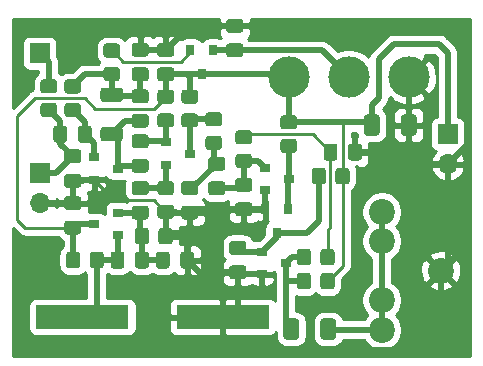
<source format=gbr>
%TF.GenerationSoftware,KiCad,Pcbnew,5.1.10-88a1d61d58~88~ubuntu16.04.1*%
%TF.CreationDate,2021-09-03T12:29:31+02:00*%
%TF.ProjectId,80mrx,38306d72-782e-46b6-9963-61645f706362,rev?*%
%TF.SameCoordinates,Original*%
%TF.FileFunction,Copper,L1,Top*%
%TF.FilePolarity,Positive*%
%FSLAX46Y46*%
G04 Gerber Fmt 4.6, Leading zero omitted, Abs format (unit mm)*
G04 Created by KiCad (PCBNEW 5.1.10-88a1d61d58~88~ubuntu16.04.1) date 2021-09-03 12:29:31*
%MOMM*%
%LPD*%
G01*
G04 APERTURE LIST*
%TA.AperFunction,SMDPad,CuDef*%
%ADD10R,7.875000X2.000000*%
%TD*%
%TA.AperFunction,ComponentPad*%
%ADD11C,2.200000*%
%TD*%
%TA.AperFunction,ComponentPad*%
%ADD12R,1.700000X1.700000*%
%TD*%
%TA.AperFunction,ComponentPad*%
%ADD13O,1.700000X1.700000*%
%TD*%
%TA.AperFunction,SMDPad,CuDef*%
%ADD14R,0.800000X0.900000*%
%TD*%
%TA.AperFunction,SMDPad,CuDef*%
%ADD15R,0.900000X0.800000*%
%TD*%
%TA.AperFunction,ComponentPad*%
%ADD16C,3.500000*%
%TD*%
%TA.AperFunction,Conductor*%
%ADD17C,0.500000*%
%TD*%
%TA.AperFunction,Conductor*%
%ADD18C,0.250000*%
%TD*%
%TA.AperFunction,Conductor*%
%ADD19C,0.254000*%
%TD*%
%TA.AperFunction,Conductor*%
%ADD20C,0.100000*%
%TD*%
G04 APERTURE END LIST*
D10*
%TO.P,Y1,1*%
%TO.N,Net-(C6-Pad2)*%
X131635000Y-105918000D03*
%TO.P,Y1,2*%
%TO.N,GND*%
X143510000Y-105918000D03*
%TD*%
D11*
%TO.P,J1,1*%
%TO.N,Net-(C18-Pad2)*%
X156972000Y-96988000D03*
%TO.P,J1,2*%
X156972000Y-99488000D03*
%TO.P,J1,3*%
X156972000Y-104488000D03*
%TO.P,J1,4*%
X156972000Y-106988000D03*
%TO.P,J1,5*%
%TO.N,GND*%
X161972000Y-101988000D03*
%TD*%
D12*
%TO.P,AE1,1*%
%TO.N,Net-(AE1-Pad1)*%
X128016000Y-83566000D03*
%TD*%
D13*
%TO.P,BT1,2*%
%TO.N,GND*%
X162560000Y-92964000D03*
D12*
%TO.P,BT1,1*%
%TO.N,+6V*%
X162560000Y-90424000D03*
%TD*%
%TO.P,C1,2*%
%TO.N,GND*%
%TA.AperFunction,SMDPad,CuDef*%
G36*
G01*
X130335000Y-93795000D02*
X131285000Y-93795000D01*
G75*
G02*
X131535000Y-94045000I0J-250000D01*
G01*
X131535000Y-94720000D01*
G75*
G02*
X131285000Y-94970000I-250000J0D01*
G01*
X130335000Y-94970000D01*
G75*
G02*
X130085000Y-94720000I0J250000D01*
G01*
X130085000Y-94045000D01*
G75*
G02*
X130335000Y-93795000I250000J0D01*
G01*
G37*
%TD.AperFunction*%
%TO.P,C1,1*%
%TO.N,Net-(C1-Pad1)*%
%TA.AperFunction,SMDPad,CuDef*%
G36*
G01*
X130335000Y-91720000D02*
X131285000Y-91720000D01*
G75*
G02*
X131535000Y-91970000I0J-250000D01*
G01*
X131535000Y-92645000D01*
G75*
G02*
X131285000Y-92895000I-250000J0D01*
G01*
X130335000Y-92895000D01*
G75*
G02*
X130085000Y-92645000I0J250000D01*
G01*
X130085000Y-91970000D01*
G75*
G02*
X130335000Y-91720000I250000J0D01*
G01*
G37*
%TD.AperFunction*%
%TD*%
%TO.P,C2,2*%
%TO.N,GND*%
%TA.AperFunction,SMDPad,CuDef*%
G36*
G01*
X137000000Y-83878000D02*
X136050000Y-83878000D01*
G75*
G02*
X135800000Y-83628000I0J250000D01*
G01*
X135800000Y-82953000D01*
G75*
G02*
X136050000Y-82703000I250000J0D01*
G01*
X137000000Y-82703000D01*
G75*
G02*
X137250000Y-82953000I0J-250000D01*
G01*
X137250000Y-83628000D01*
G75*
G02*
X137000000Y-83878000I-250000J0D01*
G01*
G37*
%TD.AperFunction*%
%TO.P,C2,1*%
%TO.N,Net-(C2-Pad1)*%
%TA.AperFunction,SMDPad,CuDef*%
G36*
G01*
X137000000Y-85953000D02*
X136050000Y-85953000D01*
G75*
G02*
X135800000Y-85703000I0J250000D01*
G01*
X135800000Y-85028000D01*
G75*
G02*
X136050000Y-84778000I250000J0D01*
G01*
X137000000Y-84778000D01*
G75*
G02*
X137250000Y-85028000I0J-250000D01*
G01*
X137250000Y-85703000D01*
G75*
G02*
X137000000Y-85953000I-250000J0D01*
G01*
G37*
%TD.AperFunction*%
%TD*%
%TO.P,C3,1*%
%TO.N,Net-(C3-Pad1)*%
%TA.AperFunction,SMDPad,CuDef*%
G36*
G01*
X132413500Y-89949000D02*
X132413500Y-90899000D01*
G75*
G02*
X132163500Y-91149000I-250000J0D01*
G01*
X131488500Y-91149000D01*
G75*
G02*
X131238500Y-90899000I0J250000D01*
G01*
X131238500Y-89949000D01*
G75*
G02*
X131488500Y-89699000I250000J0D01*
G01*
X132163500Y-89699000D01*
G75*
G02*
X132413500Y-89949000I0J-250000D01*
G01*
G37*
%TD.AperFunction*%
%TO.P,C3,2*%
%TO.N,Net-(C1-Pad1)*%
%TA.AperFunction,SMDPad,CuDef*%
G36*
G01*
X130338500Y-89949000D02*
X130338500Y-90899000D01*
G75*
G02*
X130088500Y-91149000I-250000J0D01*
G01*
X129413500Y-91149000D01*
G75*
G02*
X129163500Y-90899000I0J250000D01*
G01*
X129163500Y-89949000D01*
G75*
G02*
X129413500Y-89699000I250000J0D01*
G01*
X130088500Y-89699000D01*
G75*
G02*
X130338500Y-89949000I0J-250000D01*
G01*
G37*
%TD.AperFunction*%
%TD*%
%TO.P,C4,1*%
%TO.N,Net-(C4-Pad1)*%
%TA.AperFunction,SMDPad,CuDef*%
G36*
G01*
X145001000Y-83921000D02*
X144051000Y-83921000D01*
G75*
G02*
X143801000Y-83671000I0J250000D01*
G01*
X143801000Y-82996000D01*
G75*
G02*
X144051000Y-82746000I250000J0D01*
G01*
X145001000Y-82746000D01*
G75*
G02*
X145251000Y-82996000I0J-250000D01*
G01*
X145251000Y-83671000D01*
G75*
G02*
X145001000Y-83921000I-250000J0D01*
G01*
G37*
%TD.AperFunction*%
%TO.P,C4,2*%
%TO.N,GND*%
%TA.AperFunction,SMDPad,CuDef*%
G36*
G01*
X145001000Y-81846000D02*
X144051000Y-81846000D01*
G75*
G02*
X143801000Y-81596000I0J250000D01*
G01*
X143801000Y-80921000D01*
G75*
G02*
X144051000Y-80671000I250000J0D01*
G01*
X145001000Y-80671000D01*
G75*
G02*
X145251000Y-80921000I0J-250000D01*
G01*
X145251000Y-81596000D01*
G75*
G02*
X145001000Y-81846000I-250000J0D01*
G01*
G37*
%TD.AperFunction*%
%TD*%
%TO.P,C5,1*%
%TO.N,+6V*%
%TA.AperFunction,SMDPad,CuDef*%
G36*
G01*
X131285000Y-98928500D02*
X130335000Y-98928500D01*
G75*
G02*
X130085000Y-98678500I0J250000D01*
G01*
X130085000Y-98003500D01*
G75*
G02*
X130335000Y-97753500I250000J0D01*
G01*
X131285000Y-97753500D01*
G75*
G02*
X131535000Y-98003500I0J-250000D01*
G01*
X131535000Y-98678500D01*
G75*
G02*
X131285000Y-98928500I-250000J0D01*
G01*
G37*
%TD.AperFunction*%
%TO.P,C5,2*%
%TO.N,GND*%
%TA.AperFunction,SMDPad,CuDef*%
G36*
G01*
X131285000Y-96853500D02*
X130335000Y-96853500D01*
G75*
G02*
X130085000Y-96603500I0J250000D01*
G01*
X130085000Y-95928500D01*
G75*
G02*
X130335000Y-95678500I250000J0D01*
G01*
X131285000Y-95678500D01*
G75*
G02*
X131535000Y-95928500I0J-250000D01*
G01*
X131535000Y-96603500D01*
G75*
G02*
X131285000Y-96853500I-250000J0D01*
G01*
G37*
%TD.AperFunction*%
%TD*%
%TO.P,C6,1*%
%TO.N,Net-(C10-Pad1)*%
%TA.AperFunction,SMDPad,CuDef*%
G36*
G01*
X137261000Y-100617000D02*
X137261000Y-101567000D01*
G75*
G02*
X137011000Y-101817000I-250000J0D01*
G01*
X136336000Y-101817000D01*
G75*
G02*
X136086000Y-101567000I0J250000D01*
G01*
X136086000Y-100617000D01*
G75*
G02*
X136336000Y-100367000I250000J0D01*
G01*
X137011000Y-100367000D01*
G75*
G02*
X137261000Y-100617000I0J-250000D01*
G01*
G37*
%TD.AperFunction*%
%TO.P,C6,2*%
%TO.N,Net-(C6-Pad2)*%
%TA.AperFunction,SMDPad,CuDef*%
G36*
G01*
X135186000Y-100617000D02*
X135186000Y-101567000D01*
G75*
G02*
X134936000Y-101817000I-250000J0D01*
G01*
X134261000Y-101817000D01*
G75*
G02*
X134011000Y-101567000I0J250000D01*
G01*
X134011000Y-100617000D01*
G75*
G02*
X134261000Y-100367000I250000J0D01*
G01*
X134936000Y-100367000D01*
G75*
G02*
X135186000Y-100617000I0J-250000D01*
G01*
G37*
%TD.AperFunction*%
%TD*%
%TO.P,C7,2*%
%TO.N,Net-(C10-Pad1)*%
%TA.AperFunction,SMDPad,CuDef*%
G36*
G01*
X139017500Y-100617000D02*
X139017500Y-101567000D01*
G75*
G02*
X138767500Y-101817000I-250000J0D01*
G01*
X138092500Y-101817000D01*
G75*
G02*
X137842500Y-101567000I0J250000D01*
G01*
X137842500Y-100617000D01*
G75*
G02*
X138092500Y-100367000I250000J0D01*
G01*
X138767500Y-100367000D01*
G75*
G02*
X139017500Y-100617000I0J-250000D01*
G01*
G37*
%TD.AperFunction*%
%TO.P,C7,1*%
%TO.N,GND*%
%TA.AperFunction,SMDPad,CuDef*%
G36*
G01*
X141092500Y-100617000D02*
X141092500Y-101567000D01*
G75*
G02*
X140842500Y-101817000I-250000J0D01*
G01*
X140167500Y-101817000D01*
G75*
G02*
X139917500Y-101567000I0J250000D01*
G01*
X139917500Y-100617000D01*
G75*
G02*
X140167500Y-100367000I250000J0D01*
G01*
X140842500Y-100367000D01*
G75*
G02*
X141092500Y-100617000I0J-250000D01*
G01*
G37*
%TD.AperFunction*%
%TD*%
%TO.P,C8,2*%
%TO.N,Net-(C8-Pad2)*%
%TA.AperFunction,SMDPad,CuDef*%
G36*
G01*
X136050000Y-88715000D02*
X137000000Y-88715000D01*
G75*
G02*
X137250000Y-88965000I0J-250000D01*
G01*
X137250000Y-89640000D01*
G75*
G02*
X137000000Y-89890000I-250000J0D01*
G01*
X136050000Y-89890000D01*
G75*
G02*
X135800000Y-89640000I0J250000D01*
G01*
X135800000Y-88965000D01*
G75*
G02*
X136050000Y-88715000I250000J0D01*
G01*
G37*
%TD.AperFunction*%
%TO.P,C8,1*%
%TO.N,Net-(C2-Pad1)*%
%TA.AperFunction,SMDPad,CuDef*%
G36*
G01*
X136050000Y-86640000D02*
X137000000Y-86640000D01*
G75*
G02*
X137250000Y-86890000I0J-250000D01*
G01*
X137250000Y-87565000D01*
G75*
G02*
X137000000Y-87815000I-250000J0D01*
G01*
X136050000Y-87815000D01*
G75*
G02*
X135800000Y-87565000I0J250000D01*
G01*
X135800000Y-86890000D01*
G75*
G02*
X136050000Y-86640000I250000J0D01*
G01*
G37*
%TD.AperFunction*%
%TD*%
%TO.P,C9,2*%
%TO.N,Net-(C9-Pad2)*%
%TA.AperFunction,SMDPad,CuDef*%
G36*
G01*
X137000000Y-91625000D02*
X136050000Y-91625000D01*
G75*
G02*
X135800000Y-91375000I0J250000D01*
G01*
X135800000Y-90700000D01*
G75*
G02*
X136050000Y-90450000I250000J0D01*
G01*
X137000000Y-90450000D01*
G75*
G02*
X137250000Y-90700000I0J-250000D01*
G01*
X137250000Y-91375000D01*
G75*
G02*
X137000000Y-91625000I-250000J0D01*
G01*
G37*
%TD.AperFunction*%
%TO.P,C9,1*%
%TO.N,Net-(C8-Pad2)*%
%TA.AperFunction,SMDPad,CuDef*%
G36*
G01*
X137000000Y-93700000D02*
X136050000Y-93700000D01*
G75*
G02*
X135800000Y-93450000I0J250000D01*
G01*
X135800000Y-92775000D01*
G75*
G02*
X136050000Y-92525000I250000J0D01*
G01*
X137000000Y-92525000D01*
G75*
G02*
X137250000Y-92775000I0J-250000D01*
G01*
X137250000Y-93450000D01*
G75*
G02*
X137000000Y-93700000I-250000J0D01*
G01*
G37*
%TD.AperFunction*%
%TD*%
%TO.P,C10,2*%
%TO.N,Net-(C10-Pad2)*%
%TA.AperFunction,SMDPad,CuDef*%
G36*
G01*
X137000000Y-95583500D02*
X136050000Y-95583500D01*
G75*
G02*
X135800000Y-95333500I0J250000D01*
G01*
X135800000Y-94658500D01*
G75*
G02*
X136050000Y-94408500I250000J0D01*
G01*
X137000000Y-94408500D01*
G75*
G02*
X137250000Y-94658500I0J-250000D01*
G01*
X137250000Y-95333500D01*
G75*
G02*
X137000000Y-95583500I-250000J0D01*
G01*
G37*
%TD.AperFunction*%
%TO.P,C10,1*%
%TO.N,Net-(C10-Pad1)*%
%TA.AperFunction,SMDPad,CuDef*%
G36*
G01*
X137000000Y-97658500D02*
X136050000Y-97658500D01*
G75*
G02*
X135800000Y-97408500I0J250000D01*
G01*
X135800000Y-96733500D01*
G75*
G02*
X136050000Y-96483500I250000J0D01*
G01*
X137000000Y-96483500D01*
G75*
G02*
X137250000Y-96733500I0J-250000D01*
G01*
X137250000Y-97408500D01*
G75*
G02*
X137000000Y-97658500I-250000J0D01*
G01*
G37*
%TD.AperFunction*%
%TD*%
%TO.P,C11,1*%
%TO.N,+6V*%
%TA.AperFunction,SMDPad,CuDef*%
G36*
G01*
X139159000Y-85953000D02*
X138209000Y-85953000D01*
G75*
G02*
X137959000Y-85703000I0J250000D01*
G01*
X137959000Y-85028000D01*
G75*
G02*
X138209000Y-84778000I250000J0D01*
G01*
X139159000Y-84778000D01*
G75*
G02*
X139409000Y-85028000I0J-250000D01*
G01*
X139409000Y-85703000D01*
G75*
G02*
X139159000Y-85953000I-250000J0D01*
G01*
G37*
%TD.AperFunction*%
%TO.P,C11,2*%
%TO.N,GND*%
%TA.AperFunction,SMDPad,CuDef*%
G36*
G01*
X139159000Y-83878000D02*
X138209000Y-83878000D01*
G75*
G02*
X137959000Y-83628000I0J250000D01*
G01*
X137959000Y-82953000D01*
G75*
G02*
X138209000Y-82703000I250000J0D01*
G01*
X139159000Y-82703000D01*
G75*
G02*
X139409000Y-82953000I0J-250000D01*
G01*
X139409000Y-83628000D01*
G75*
G02*
X139159000Y-83878000I-250000J0D01*
G01*
G37*
%TD.AperFunction*%
%TD*%
%TO.P,C12,1*%
%TO.N,Net-(C12-Pad1)*%
%TA.AperFunction,SMDPad,CuDef*%
G36*
G01*
X140241000Y-94408500D02*
X141191000Y-94408500D01*
G75*
G02*
X141441000Y-94658500I0J-250000D01*
G01*
X141441000Y-95333500D01*
G75*
G02*
X141191000Y-95583500I-250000J0D01*
G01*
X140241000Y-95583500D01*
G75*
G02*
X139991000Y-95333500I0J250000D01*
G01*
X139991000Y-94658500D01*
G75*
G02*
X140241000Y-94408500I250000J0D01*
G01*
G37*
%TD.AperFunction*%
%TO.P,C12,2*%
%TO.N,GND*%
%TA.AperFunction,SMDPad,CuDef*%
G36*
G01*
X140241000Y-96483500D02*
X141191000Y-96483500D01*
G75*
G02*
X141441000Y-96733500I0J-250000D01*
G01*
X141441000Y-97408500D01*
G75*
G02*
X141191000Y-97658500I-250000J0D01*
G01*
X140241000Y-97658500D01*
G75*
G02*
X139991000Y-97408500I0J250000D01*
G01*
X139991000Y-96733500D01*
G75*
G02*
X140241000Y-96483500I250000J0D01*
G01*
G37*
%TD.AperFunction*%
%TD*%
%TO.P,C13,2*%
%TO.N,Net-(C12-Pad1)*%
%TA.AperFunction,SMDPad,CuDef*%
G36*
G01*
X143477000Y-93530000D02*
X142527000Y-93530000D01*
G75*
G02*
X142277000Y-93280000I0J250000D01*
G01*
X142277000Y-92605000D01*
G75*
G02*
X142527000Y-92355000I250000J0D01*
G01*
X143477000Y-92355000D01*
G75*
G02*
X143727000Y-92605000I0J-250000D01*
G01*
X143727000Y-93280000D01*
G75*
G02*
X143477000Y-93530000I-250000J0D01*
G01*
G37*
%TD.AperFunction*%
%TO.P,C13,1*%
%TO.N,Net-(C13-Pad1)*%
%TA.AperFunction,SMDPad,CuDef*%
G36*
G01*
X143477000Y-95605000D02*
X142527000Y-95605000D01*
G75*
G02*
X142277000Y-95355000I0J250000D01*
G01*
X142277000Y-94680000D01*
G75*
G02*
X142527000Y-94430000I250000J0D01*
G01*
X143477000Y-94430000D01*
G75*
G02*
X143727000Y-94680000I0J-250000D01*
G01*
X143727000Y-95355000D01*
G75*
G02*
X143477000Y-95605000I-250000J0D01*
G01*
G37*
%TD.AperFunction*%
%TD*%
%TO.P,C14,2*%
%TO.N,GND*%
%TA.AperFunction,SMDPad,CuDef*%
G36*
G01*
X158595500Y-90312002D02*
X158595500Y-89011998D01*
G75*
G02*
X158845498Y-88762000I249998J0D01*
G01*
X159670502Y-88762000D01*
G75*
G02*
X159920500Y-89011998I0J-249998D01*
G01*
X159920500Y-90312002D01*
G75*
G02*
X159670502Y-90562000I-249998J0D01*
G01*
X158845498Y-90562000D01*
G75*
G02*
X158595500Y-90312002I0J249998D01*
G01*
G37*
%TD.AperFunction*%
%TO.P,C14,1*%
%TO.N,+6V*%
%TA.AperFunction,SMDPad,CuDef*%
G36*
G01*
X155470500Y-90312002D02*
X155470500Y-89011998D01*
G75*
G02*
X155720498Y-88762000I249998J0D01*
G01*
X156545502Y-88762000D01*
G75*
G02*
X156795500Y-89011998I0J-249998D01*
G01*
X156795500Y-90312002D01*
G75*
G02*
X156545502Y-90562000I-249998J0D01*
G01*
X155720498Y-90562000D01*
G75*
G02*
X155470500Y-90312002I0J249998D01*
G01*
G37*
%TD.AperFunction*%
%TD*%
%TO.P,C15,1*%
%TO.N,GND*%
%TA.AperFunction,SMDPad,CuDef*%
G36*
G01*
X145763000Y-97383000D02*
X144813000Y-97383000D01*
G75*
G02*
X144563000Y-97133000I0J250000D01*
G01*
X144563000Y-96458000D01*
G75*
G02*
X144813000Y-96208000I250000J0D01*
G01*
X145763000Y-96208000D01*
G75*
G02*
X146013000Y-96458000I0J-250000D01*
G01*
X146013000Y-97133000D01*
G75*
G02*
X145763000Y-97383000I-250000J0D01*
G01*
G37*
%TD.AperFunction*%
%TO.P,C15,2*%
%TO.N,Net-(C13-Pad1)*%
%TA.AperFunction,SMDPad,CuDef*%
G36*
G01*
X145763000Y-95308000D02*
X144813000Y-95308000D01*
G75*
G02*
X144563000Y-95058000I0J250000D01*
G01*
X144563000Y-94383000D01*
G75*
G02*
X144813000Y-94133000I250000J0D01*
G01*
X145763000Y-94133000D01*
G75*
G02*
X146013000Y-94383000I0J-250000D01*
G01*
X146013000Y-95058000D01*
G75*
G02*
X145763000Y-95308000I-250000J0D01*
G01*
G37*
%TD.AperFunction*%
%TD*%
%TO.P,C16,2*%
%TO.N,Net-(C16-Pad2)*%
%TA.AperFunction,SMDPad,CuDef*%
G36*
G01*
X153220000Y-91473000D02*
X153220000Y-92423000D01*
G75*
G02*
X152970000Y-92673000I-250000J0D01*
G01*
X152295000Y-92673000D01*
G75*
G02*
X152045000Y-92423000I0J250000D01*
G01*
X152045000Y-91473000D01*
G75*
G02*
X152295000Y-91223000I250000J0D01*
G01*
X152970000Y-91223000D01*
G75*
G02*
X153220000Y-91473000I0J-250000D01*
G01*
G37*
%TD.AperFunction*%
%TO.P,C16,1*%
%TO.N,GND*%
%TA.AperFunction,SMDPad,CuDef*%
G36*
G01*
X155295000Y-91473000D02*
X155295000Y-92423000D01*
G75*
G02*
X155045000Y-92673000I-250000J0D01*
G01*
X154370000Y-92673000D01*
G75*
G02*
X154120000Y-92423000I0J250000D01*
G01*
X154120000Y-91473000D01*
G75*
G02*
X154370000Y-91223000I250000J0D01*
G01*
X155045000Y-91223000D01*
G75*
G02*
X155295000Y-91473000I0J-250000D01*
G01*
G37*
%TD.AperFunction*%
%TD*%
%TO.P,C17,1*%
%TO.N,GND*%
%TA.AperFunction,SMDPad,CuDef*%
G36*
G01*
X145255000Y-102717000D02*
X144305000Y-102717000D01*
G75*
G02*
X144055000Y-102467000I0J250000D01*
G01*
X144055000Y-101792000D01*
G75*
G02*
X144305000Y-101542000I250000J0D01*
G01*
X145255000Y-101542000D01*
G75*
G02*
X145505000Y-101792000I0J-250000D01*
G01*
X145505000Y-102467000D01*
G75*
G02*
X145255000Y-102717000I-250000J0D01*
G01*
G37*
%TD.AperFunction*%
%TO.P,C17,2*%
%TO.N,Net-(C17-Pad2)*%
%TA.AperFunction,SMDPad,CuDef*%
G36*
G01*
X145255000Y-100642000D02*
X144305000Y-100642000D01*
G75*
G02*
X144055000Y-100392000I0J250000D01*
G01*
X144055000Y-99717000D01*
G75*
G02*
X144305000Y-99467000I250000J0D01*
G01*
X145255000Y-99467000D01*
G75*
G02*
X145505000Y-99717000I0J-250000D01*
G01*
X145505000Y-100392000D01*
G75*
G02*
X145255000Y-100642000I-250000J0D01*
G01*
G37*
%TD.AperFunction*%
%TD*%
%TO.P,C18,1*%
%TO.N,Net-(C18-Pad1)*%
%TA.AperFunction,SMDPad,CuDef*%
G36*
G01*
X148651000Y-107584002D02*
X148651000Y-106283998D01*
G75*
G02*
X148900998Y-106034000I249998J0D01*
G01*
X149726002Y-106034000D01*
G75*
G02*
X149976000Y-106283998I0J-249998D01*
G01*
X149976000Y-107584002D01*
G75*
G02*
X149726002Y-107834000I-249998J0D01*
G01*
X148900998Y-107834000D01*
G75*
G02*
X148651000Y-107584002I0J249998D01*
G01*
G37*
%TD.AperFunction*%
%TO.P,C18,2*%
%TO.N,Net-(C18-Pad2)*%
%TA.AperFunction,SMDPad,CuDef*%
G36*
G01*
X151776000Y-107584002D02*
X151776000Y-106283998D01*
G75*
G02*
X152025998Y-106034000I249998J0D01*
G01*
X152851002Y-106034000D01*
G75*
G02*
X153101000Y-106283998I0J-249998D01*
G01*
X153101000Y-107584002D01*
G75*
G02*
X152851002Y-107834000I-249998J0D01*
G01*
X152025998Y-107834000D01*
G75*
G02*
X151776000Y-107584002I0J249998D01*
G01*
G37*
%TD.AperFunction*%
%TD*%
%TO.P,L1,1*%
%TO.N,Net-(C1-Pad1)*%
X128016000Y-93726000D03*
D13*
%TO.P,L1,2*%
%TO.N,GND*%
X128016000Y-96266000D03*
%TD*%
%TO.P,L2,1*%
%TO.N,Net-(C2-Pad1)*%
%TA.AperFunction,SMDPad,CuDef*%
G36*
G01*
X133411999Y-86486500D02*
X134812001Y-86486500D01*
G75*
G02*
X135062000Y-86736499I0J-249999D01*
G01*
X135062000Y-87461501D01*
G75*
G02*
X134812001Y-87711500I-249999J0D01*
G01*
X133411999Y-87711500D01*
G75*
G02*
X133162000Y-87461501I0J249999D01*
G01*
X133162000Y-86736499D01*
G75*
G02*
X133411999Y-86486500I249999J0D01*
G01*
G37*
%TD.AperFunction*%
%TO.P,L2,2*%
%TO.N,Net-(C8-Pad2)*%
%TA.AperFunction,SMDPad,CuDef*%
G36*
G01*
X133411999Y-89811500D02*
X134812001Y-89811500D01*
G75*
G02*
X135062000Y-90061499I0J-249999D01*
G01*
X135062000Y-90786501D01*
G75*
G02*
X134812001Y-91036500I-249999J0D01*
G01*
X133411999Y-91036500D01*
G75*
G02*
X133162000Y-90786501I0J249999D01*
G01*
X133162000Y-90061499D01*
G75*
G02*
X133411999Y-89811500I249999J0D01*
G01*
G37*
%TD.AperFunction*%
%TD*%
D14*
%TO.P,Q1,3*%
%TO.N,+6V*%
X141732000Y-85328000D03*
%TO.P,Q1,2*%
%TO.N,Net-(Q1-Pad2)*%
X140782000Y-83328000D03*
%TO.P,Q1,1*%
%TO.N,Net-(C4-Pad1)*%
X142682000Y-83328000D03*
%TD*%
D15*
%TO.P,Q2,1*%
%TO.N,Net-(C3-Pad1)*%
X132620000Y-92395000D03*
%TO.P,Q2,2*%
%TO.N,GND*%
X132620000Y-94295000D03*
%TO.P,Q2,3*%
%TO.N,Net-(C8-Pad2)*%
X134620000Y-93345000D03*
%TD*%
%TO.P,Q3,3*%
%TO.N,+6V*%
X132604000Y-98044000D03*
%TO.P,Q3,2*%
%TO.N,Net-(C10-Pad1)*%
X134604000Y-97094000D03*
%TO.P,Q3,1*%
%TO.N,Net-(C6-Pad2)*%
X134604000Y-98994000D03*
%TD*%
%TO.P,Q4,1*%
%TO.N,Net-(C9-Pad2)*%
X138700000Y-91125000D03*
%TO.P,Q4,2*%
%TO.N,Net-(C10-Pad2)*%
X138700000Y-93025000D03*
%TO.P,Q4,3*%
%TO.N,Net-(Q4-Pad3)*%
X140700000Y-92075000D03*
%TD*%
%TO.P,Q5,1*%
%TO.N,Net-(C13-Pad1)*%
X147082000Y-93284000D03*
%TO.P,Q5,2*%
%TO.N,GND*%
X147082000Y-95184000D03*
%TO.P,Q5,3*%
%TO.N,Net-(Q5-Pad3)*%
X149082000Y-94234000D03*
%TD*%
D14*
%TO.P,Q6,3*%
%TO.N,Net-(C17-Pad2)*%
X148082000Y-98790000D03*
%TO.P,Q6,2*%
%TO.N,GND*%
X147132000Y-96790000D03*
%TO.P,Q6,1*%
%TO.N,Net-(Q5-Pad3)*%
X149032000Y-96790000D03*
%TD*%
D15*
%TO.P,Q7,1*%
%TO.N,Net-(C17-Pad2)*%
X146828000Y-100396000D03*
%TO.P,Q7,2*%
%TO.N,GND*%
X146828000Y-102296000D03*
%TO.P,Q7,3*%
%TO.N,Net-(C18-Pad1)*%
X148828000Y-101346000D03*
%TD*%
%TO.P,R1,2*%
%TO.N,Net-(C1-Pad1)*%
%TA.AperFunction,SMDPad,CuDef*%
G36*
G01*
X128327999Y-87776000D02*
X129228001Y-87776000D01*
G75*
G02*
X129478000Y-88025999I0J-249999D01*
G01*
X129478000Y-88726001D01*
G75*
G02*
X129228001Y-88976000I-249999J0D01*
G01*
X128327999Y-88976000D01*
G75*
G02*
X128078000Y-88726001I0J249999D01*
G01*
X128078000Y-88025999D01*
G75*
G02*
X128327999Y-87776000I249999J0D01*
G01*
G37*
%TD.AperFunction*%
%TO.P,R1,1*%
%TO.N,Net-(AE1-Pad1)*%
%TA.AperFunction,SMDPad,CuDef*%
G36*
G01*
X128327999Y-85776000D02*
X129228001Y-85776000D01*
G75*
G02*
X129478000Y-86025999I0J-249999D01*
G01*
X129478000Y-86726001D01*
G75*
G02*
X129228001Y-86976000I-249999J0D01*
G01*
X128327999Y-86976000D01*
G75*
G02*
X128078000Y-86726001I0J249999D01*
G01*
X128078000Y-86025999D01*
G75*
G02*
X128327999Y-85776000I249999J0D01*
G01*
G37*
%TD.AperFunction*%
%TD*%
%TO.P,R2,2*%
%TO.N,Net-(C3-Pad1)*%
%TA.AperFunction,SMDPad,CuDef*%
G36*
G01*
X130359999Y-87792000D02*
X131260001Y-87792000D01*
G75*
G02*
X131510000Y-88041999I0J-249999D01*
G01*
X131510000Y-88742001D01*
G75*
G02*
X131260001Y-88992000I-249999J0D01*
G01*
X130359999Y-88992000D01*
G75*
G02*
X130110000Y-88742001I0J249999D01*
G01*
X130110000Y-88041999D01*
G75*
G02*
X130359999Y-87792000I249999J0D01*
G01*
G37*
%TD.AperFunction*%
%TO.P,R2,1*%
%TO.N,Net-(C2-Pad1)*%
%TA.AperFunction,SMDPad,CuDef*%
G36*
G01*
X130359999Y-85792000D02*
X131260001Y-85792000D01*
G75*
G02*
X131510000Y-86041999I0J-249999D01*
G01*
X131510000Y-86742001D01*
G75*
G02*
X131260001Y-86992000I-249999J0D01*
G01*
X130359999Y-86992000D01*
G75*
G02*
X130110000Y-86742001I0J249999D01*
G01*
X130110000Y-86041999D01*
G75*
G02*
X130359999Y-85792000I249999J0D01*
G01*
G37*
%TD.AperFunction*%
%TD*%
%TO.P,R3,1*%
%TO.N,Net-(Q1-Pad2)*%
%TA.AperFunction,SMDPad,CuDef*%
G36*
G01*
X133661999Y-82744000D02*
X134562001Y-82744000D01*
G75*
G02*
X134812000Y-82993999I0J-249999D01*
G01*
X134812000Y-83694001D01*
G75*
G02*
X134562001Y-83944000I-249999J0D01*
G01*
X133661999Y-83944000D01*
G75*
G02*
X133412000Y-83694001I0J249999D01*
G01*
X133412000Y-82993999D01*
G75*
G02*
X133661999Y-82744000I249999J0D01*
G01*
G37*
%TD.AperFunction*%
%TO.P,R3,2*%
%TO.N,Net-(C2-Pad1)*%
%TA.AperFunction,SMDPad,CuDef*%
G36*
G01*
X133661999Y-84744000D02*
X134562001Y-84744000D01*
G75*
G02*
X134812000Y-84993999I0J-249999D01*
G01*
X134812000Y-85694001D01*
G75*
G02*
X134562001Y-85944000I-249999J0D01*
G01*
X133661999Y-85944000D01*
G75*
G02*
X133412000Y-85694001I0J249999D01*
G01*
X133412000Y-84993999D01*
G75*
G02*
X133661999Y-84744000I249999J0D01*
G01*
G37*
%TD.AperFunction*%
%TD*%
%TO.P,R4,2*%
%TO.N,Net-(C6-Pad2)*%
%TA.AperFunction,SMDPad,CuDef*%
G36*
G01*
X132242000Y-101542001D02*
X132242000Y-100641999D01*
G75*
G02*
X132491999Y-100392000I249999J0D01*
G01*
X133192001Y-100392000D01*
G75*
G02*
X133442000Y-100641999I0J-249999D01*
G01*
X133442000Y-101542001D01*
G75*
G02*
X133192001Y-101792000I-249999J0D01*
G01*
X132491999Y-101792000D01*
G75*
G02*
X132242000Y-101542001I0J249999D01*
G01*
G37*
%TD.AperFunction*%
%TO.P,R4,1*%
%TO.N,+6V*%
%TA.AperFunction,SMDPad,CuDef*%
G36*
G01*
X130242000Y-101542001D02*
X130242000Y-100641999D01*
G75*
G02*
X130491999Y-100392000I249999J0D01*
G01*
X131192001Y-100392000D01*
G75*
G02*
X131442000Y-100641999I0J-249999D01*
G01*
X131442000Y-101542001D01*
G75*
G02*
X131192001Y-101792000I-249999J0D01*
G01*
X130491999Y-101792000D01*
G75*
G02*
X130242000Y-101542001I0J249999D01*
G01*
G37*
%TD.AperFunction*%
%TD*%
%TO.P,R5,1*%
%TO.N,Net-(C10-Pad1)*%
%TA.AperFunction,SMDPad,CuDef*%
G36*
G01*
X136068000Y-99510001D02*
X136068000Y-98609999D01*
G75*
G02*
X136317999Y-98360000I249999J0D01*
G01*
X137018001Y-98360000D01*
G75*
G02*
X137268000Y-98609999I0J-249999D01*
G01*
X137268000Y-99510001D01*
G75*
G02*
X137018001Y-99760000I-249999J0D01*
G01*
X136317999Y-99760000D01*
G75*
G02*
X136068000Y-99510001I0J249999D01*
G01*
G37*
%TD.AperFunction*%
%TO.P,R5,2*%
%TO.N,GND*%
%TA.AperFunction,SMDPad,CuDef*%
G36*
G01*
X138068000Y-99510001D02*
X138068000Y-98609999D01*
G75*
G02*
X138317999Y-98360000I249999J0D01*
G01*
X139018001Y-98360000D01*
G75*
G02*
X139268000Y-98609999I0J-249999D01*
G01*
X139268000Y-99510001D01*
G75*
G02*
X139018001Y-99760000I-249999J0D01*
G01*
X138317999Y-99760000D01*
G75*
G02*
X138068000Y-99510001I0J249999D01*
G01*
G37*
%TD.AperFunction*%
%TD*%
%TO.P,R6,1*%
%TO.N,+6V*%
%TA.AperFunction,SMDPad,CuDef*%
G36*
G01*
X138233999Y-86665000D02*
X139134001Y-86665000D01*
G75*
G02*
X139384000Y-86914999I0J-249999D01*
G01*
X139384000Y-87615001D01*
G75*
G02*
X139134001Y-87865000I-249999J0D01*
G01*
X138233999Y-87865000D01*
G75*
G02*
X137984000Y-87615001I0J249999D01*
G01*
X137984000Y-86914999D01*
G75*
G02*
X138233999Y-86665000I249999J0D01*
G01*
G37*
%TD.AperFunction*%
%TO.P,R6,2*%
%TO.N,Net-(C9-Pad2)*%
%TA.AperFunction,SMDPad,CuDef*%
G36*
G01*
X138233999Y-88665000D02*
X139134001Y-88665000D01*
G75*
G02*
X139384000Y-88914999I0J-249999D01*
G01*
X139384000Y-89615001D01*
G75*
G02*
X139134001Y-89865000I-249999J0D01*
G01*
X138233999Y-89865000D01*
G75*
G02*
X137984000Y-89615001I0J249999D01*
G01*
X137984000Y-88914999D01*
G75*
G02*
X138233999Y-88665000I249999J0D01*
G01*
G37*
%TD.AperFunction*%
%TD*%
%TO.P,R7,2*%
%TO.N,Net-(Q4-Pad3)*%
%TA.AperFunction,SMDPad,CuDef*%
G36*
G01*
X140265999Y-88665000D02*
X141166001Y-88665000D01*
G75*
G02*
X141416000Y-88914999I0J-249999D01*
G01*
X141416000Y-89615001D01*
G75*
G02*
X141166001Y-89865000I-249999J0D01*
G01*
X140265999Y-89865000D01*
G75*
G02*
X140016000Y-89615001I0J249999D01*
G01*
X140016000Y-88914999D01*
G75*
G02*
X140265999Y-88665000I249999J0D01*
G01*
G37*
%TD.AperFunction*%
%TO.P,R7,1*%
%TO.N,+6V*%
%TA.AperFunction,SMDPad,CuDef*%
G36*
G01*
X140265999Y-86665000D02*
X141166001Y-86665000D01*
G75*
G02*
X141416000Y-86914999I0J-249999D01*
G01*
X141416000Y-87615001D01*
G75*
G02*
X141166001Y-87865000I-249999J0D01*
G01*
X140265999Y-87865000D01*
G75*
G02*
X140016000Y-87615001I0J249999D01*
G01*
X140016000Y-86914999D01*
G75*
G02*
X140265999Y-86665000I249999J0D01*
G01*
G37*
%TD.AperFunction*%
%TD*%
%TO.P,R8,1*%
%TO.N,Net-(C10-Pad2)*%
%TA.AperFunction,SMDPad,CuDef*%
G36*
G01*
X138233999Y-94396000D02*
X139134001Y-94396000D01*
G75*
G02*
X139384000Y-94645999I0J-249999D01*
G01*
X139384000Y-95346001D01*
G75*
G02*
X139134001Y-95596000I-249999J0D01*
G01*
X138233999Y-95596000D01*
G75*
G02*
X137984000Y-95346001I0J249999D01*
G01*
X137984000Y-94645999D01*
G75*
G02*
X138233999Y-94396000I249999J0D01*
G01*
G37*
%TD.AperFunction*%
%TO.P,R8,2*%
%TO.N,GND*%
%TA.AperFunction,SMDPad,CuDef*%
G36*
G01*
X138233999Y-96396000D02*
X139134001Y-96396000D01*
G75*
G02*
X139384000Y-96645999I0J-249999D01*
G01*
X139384000Y-97346001D01*
G75*
G02*
X139134001Y-97596000I-249999J0D01*
G01*
X138233999Y-97596000D01*
G75*
G02*
X137984000Y-97346001I0J249999D01*
G01*
X137984000Y-96645999D01*
G75*
G02*
X138233999Y-96396000I249999J0D01*
G01*
G37*
%TD.AperFunction*%
%TD*%
%TO.P,R9,1*%
%TO.N,Net-(C12-Pad1)*%
%TA.AperFunction,SMDPad,CuDef*%
G36*
G01*
X143198001Y-91770000D02*
X142297999Y-91770000D01*
G75*
G02*
X142048000Y-91520001I0J249999D01*
G01*
X142048000Y-90819999D01*
G75*
G02*
X142297999Y-90570000I249999J0D01*
G01*
X143198001Y-90570000D01*
G75*
G02*
X143448000Y-90819999I0J-249999D01*
G01*
X143448000Y-91520001D01*
G75*
G02*
X143198001Y-91770000I-249999J0D01*
G01*
G37*
%TD.AperFunction*%
%TO.P,R9,2*%
%TO.N,Net-(Q4-Pad3)*%
%TA.AperFunction,SMDPad,CuDef*%
G36*
G01*
X143198001Y-89770000D02*
X142297999Y-89770000D01*
G75*
G02*
X142048000Y-89520001I0J249999D01*
G01*
X142048000Y-88819999D01*
G75*
G02*
X142297999Y-88570000I249999J0D01*
G01*
X143198001Y-88570000D01*
G75*
G02*
X143448000Y-88819999I0J-249999D01*
G01*
X143448000Y-89520001D01*
G75*
G02*
X143198001Y-89770000I-249999J0D01*
G01*
G37*
%TD.AperFunction*%
%TD*%
%TO.P,R10,2*%
%TO.N,+6V*%
%TA.AperFunction,SMDPad,CuDef*%
G36*
G01*
X149548001Y-90024000D02*
X148647999Y-90024000D01*
G75*
G02*
X148398000Y-89774001I0J249999D01*
G01*
X148398000Y-89073999D01*
G75*
G02*
X148647999Y-88824000I249999J0D01*
G01*
X149548001Y-88824000D01*
G75*
G02*
X149798000Y-89073999I0J-249999D01*
G01*
X149798000Y-89774001D01*
G75*
G02*
X149548001Y-90024000I-249999J0D01*
G01*
G37*
%TD.AperFunction*%
%TO.P,R10,1*%
%TO.N,Net-(Q5-Pad3)*%
%TA.AperFunction,SMDPad,CuDef*%
G36*
G01*
X149548001Y-92024000D02*
X148647999Y-92024000D01*
G75*
G02*
X148398000Y-91774001I0J249999D01*
G01*
X148398000Y-91073999D01*
G75*
G02*
X148647999Y-90824000I249999J0D01*
G01*
X149548001Y-90824000D01*
G75*
G02*
X149798000Y-91073999I0J-249999D01*
G01*
X149798000Y-91774001D01*
G75*
G02*
X149548001Y-92024000I-249999J0D01*
G01*
G37*
%TD.AperFunction*%
%TD*%
%TO.P,R11,1*%
%TO.N,Net-(C13-Pad1)*%
%TA.AperFunction,SMDPad,CuDef*%
G36*
G01*
X145738001Y-93294000D02*
X144837999Y-93294000D01*
G75*
G02*
X144588000Y-93044001I0J249999D01*
G01*
X144588000Y-92343999D01*
G75*
G02*
X144837999Y-92094000I249999J0D01*
G01*
X145738001Y-92094000D01*
G75*
G02*
X145988000Y-92343999I0J-249999D01*
G01*
X145988000Y-93044001D01*
G75*
G02*
X145738001Y-93294000I-249999J0D01*
G01*
G37*
%TD.AperFunction*%
%TO.P,R11,2*%
%TO.N,Net-(C16-Pad2)*%
%TA.AperFunction,SMDPad,CuDef*%
G36*
G01*
X145738001Y-91294000D02*
X144837999Y-91294000D01*
G75*
G02*
X144588000Y-91044001I0J249999D01*
G01*
X144588000Y-90343999D01*
G75*
G02*
X144837999Y-90094000I249999J0D01*
G01*
X145738001Y-90094000D01*
G75*
G02*
X145988000Y-90343999I0J-249999D01*
G01*
X145988000Y-91044001D01*
G75*
G02*
X145738001Y-91294000I-249999J0D01*
G01*
G37*
%TD.AperFunction*%
%TD*%
%TO.P,R12,1*%
%TO.N,Net-(C17-Pad2)*%
%TA.AperFunction,SMDPad,CuDef*%
G36*
G01*
X151054000Y-94430001D02*
X151054000Y-93529999D01*
G75*
G02*
X151303999Y-93280000I249999J0D01*
G01*
X152004001Y-93280000D01*
G75*
G02*
X152254000Y-93529999I0J-249999D01*
G01*
X152254000Y-94430001D01*
G75*
G02*
X152004001Y-94680000I-249999J0D01*
G01*
X151303999Y-94680000D01*
G75*
G02*
X151054000Y-94430001I0J249999D01*
G01*
G37*
%TD.AperFunction*%
%TO.P,R12,2*%
%TO.N,+6V*%
%TA.AperFunction,SMDPad,CuDef*%
G36*
G01*
X153054000Y-94430001D02*
X153054000Y-93529999D01*
G75*
G02*
X153303999Y-93280000I249999J0D01*
G01*
X154004001Y-93280000D01*
G75*
G02*
X154254000Y-93529999I0J-249999D01*
G01*
X154254000Y-94430001D01*
G75*
G02*
X154004001Y-94680000I-249999J0D01*
G01*
X153303999Y-94680000D01*
G75*
G02*
X153054000Y-94430001I0J249999D01*
G01*
G37*
%TD.AperFunction*%
%TD*%
%TO.P,R13,2*%
%TO.N,Net-(C18-Pad1)*%
%TA.AperFunction,SMDPad,CuDef*%
G36*
G01*
X150984000Y-100387999D02*
X150984000Y-101288001D01*
G75*
G02*
X150734001Y-101538000I-249999J0D01*
G01*
X150033999Y-101538000D01*
G75*
G02*
X149784000Y-101288001I0J249999D01*
G01*
X149784000Y-100387999D01*
G75*
G02*
X150033999Y-100138000I249999J0D01*
G01*
X150734001Y-100138000D01*
G75*
G02*
X150984000Y-100387999I0J-249999D01*
G01*
G37*
%TD.AperFunction*%
%TO.P,R13,1*%
%TO.N,Net-(C16-Pad2)*%
%TA.AperFunction,SMDPad,CuDef*%
G36*
G01*
X152984000Y-100387999D02*
X152984000Y-101288001D01*
G75*
G02*
X152734001Y-101538000I-249999J0D01*
G01*
X152033999Y-101538000D01*
G75*
G02*
X151784000Y-101288001I0J249999D01*
G01*
X151784000Y-100387999D01*
G75*
G02*
X152033999Y-100138000I249999J0D01*
G01*
X152734001Y-100138000D01*
G75*
G02*
X152984000Y-100387999I0J-249999D01*
G01*
G37*
%TD.AperFunction*%
%TD*%
%TO.P,R14,2*%
%TO.N,+6V*%
%TA.AperFunction,SMDPad,CuDef*%
G36*
G01*
X151784000Y-103320001D02*
X151784000Y-102419999D01*
G75*
G02*
X152033999Y-102170000I249999J0D01*
G01*
X152734001Y-102170000D01*
G75*
G02*
X152984000Y-102419999I0J-249999D01*
G01*
X152984000Y-103320001D01*
G75*
G02*
X152734001Y-103570000I-249999J0D01*
G01*
X152033999Y-103570000D01*
G75*
G02*
X151784000Y-103320001I0J249999D01*
G01*
G37*
%TD.AperFunction*%
%TO.P,R14,1*%
%TO.N,Net-(C18-Pad1)*%
%TA.AperFunction,SMDPad,CuDef*%
G36*
G01*
X149784000Y-103320001D02*
X149784000Y-102419999D01*
G75*
G02*
X150033999Y-102170000I249999J0D01*
G01*
X150734001Y-102170000D01*
G75*
G02*
X150984000Y-102419999I0J-249999D01*
G01*
X150984000Y-103320001D01*
G75*
G02*
X150734001Y-103570000I-249999J0D01*
G01*
X150033999Y-103570000D01*
G75*
G02*
X149784000Y-103320001I0J249999D01*
G01*
G37*
%TD.AperFunction*%
%TD*%
D16*
%TO.P,RV1,1*%
%TO.N,+6V*%
X149098000Y-85598000D03*
%TO.P,RV1,2*%
%TO.N,Net-(C4-Pad1)*%
X154178000Y-85598000D03*
%TO.P,RV1,3*%
%TO.N,GND*%
X159258000Y-85598000D03*
%TD*%
D17*
%TO.N,Net-(AE1-Pad1)*%
X128778000Y-84328000D02*
X128016000Y-83566000D01*
X128778000Y-86376000D02*
X128778000Y-84328000D01*
%TO.N,GND*%
X130897500Y-94295000D02*
X130810000Y-94382500D01*
X132620000Y-94295000D02*
X130897500Y-94295000D01*
X130810000Y-96266000D02*
X130810000Y-94382500D01*
X138668000Y-97012000D02*
X138684000Y-96996000D01*
X138668000Y-99060000D02*
X138668000Y-97012000D01*
X138759000Y-97071000D02*
X138684000Y-96996000D01*
X140716000Y-97071000D02*
X138759000Y-97071000D01*
X138922000Y-98806000D02*
X138668000Y-99060000D01*
X140505000Y-101092000D02*
X140505000Y-98849000D01*
X140505000Y-98849000D02*
X140462000Y-98806000D01*
X140462000Y-98806000D02*
X138922000Y-98806000D01*
X140991500Y-96795500D02*
X140716000Y-97071000D01*
X145288000Y-96795500D02*
X140991500Y-96795500D01*
X147082000Y-96740000D02*
X147132000Y-96790000D01*
X147082000Y-95184000D02*
X147082000Y-96740000D01*
X145293500Y-96790000D02*
X145288000Y-96795500D01*
X147132000Y-96790000D02*
X145293500Y-96790000D01*
D18*
X138684000Y-96996000D02*
X138652000Y-96996000D01*
X138652000Y-96996000D02*
X137668000Y-96012000D01*
X134337000Y-96012000D02*
X132620000Y-94295000D01*
X137668000Y-96012000D02*
X134337000Y-96012000D01*
D17*
X140716000Y-81258500D02*
X138684000Y-83290500D01*
X144526000Y-81258500D02*
X140716000Y-81258500D01*
X138684000Y-83290500D02*
X136525000Y-83290500D01*
X159258000Y-89662000D02*
X159258000Y-85598000D01*
X130810000Y-96266000D02*
X128016000Y-96266000D01*
X159258000Y-89662000D02*
X159258000Y-91948000D01*
X160274000Y-92964000D02*
X162560000Y-92964000D01*
X159258000Y-91948000D02*
X160274000Y-92964000D01*
X162560000Y-101400000D02*
X161972000Y-101988000D01*
X162560000Y-92964000D02*
X162560000Y-101400000D01*
X154707500Y-91948000D02*
X159258000Y-91948000D01*
X146828000Y-102296000D02*
X144946500Y-102296000D01*
X141542500Y-102129500D02*
X140505000Y-101092000D01*
X144780000Y-102129500D02*
X141542500Y-102129500D01*
X143510000Y-105918000D02*
X144526000Y-105918000D01*
X144780000Y-105664000D02*
X144780000Y-102129500D01*
X144526000Y-105918000D02*
X144780000Y-105664000D01*
X161972000Y-101988000D02*
X161972000Y-105236000D01*
X161972000Y-105236000D02*
X158496000Y-108712000D01*
X158496000Y-108712000D02*
X144780000Y-108712000D01*
X143510000Y-107442000D02*
X143510000Y-105918000D01*
X144780000Y-108712000D02*
X143510000Y-107442000D01*
X144526000Y-81258500D02*
X162284500Y-81258500D01*
X162284500Y-81258500D02*
X164338000Y-83312000D01*
X164338000Y-91186000D02*
X162560000Y-92964000D01*
X164338000Y-83312000D02*
X164338000Y-91186000D01*
%TO.N,+6V*%
X130842000Y-98373000D02*
X130810000Y-98341000D01*
X130842000Y-101092000D02*
X130842000Y-98373000D01*
X131107000Y-98044000D02*
X130810000Y-98341000D01*
X132604000Y-98044000D02*
X131107000Y-98044000D01*
X148828000Y-85328000D02*
X149098000Y-85598000D01*
X141732000Y-85328000D02*
X148828000Y-85328000D01*
X141694500Y-85365500D02*
X141732000Y-85328000D01*
X140716000Y-87265000D02*
X140716000Y-85598000D01*
X140716000Y-85598000D02*
X140483500Y-85365500D01*
X140483500Y-85365500D02*
X141694500Y-85365500D01*
X138684000Y-85365500D02*
X140483500Y-85365500D01*
X138684000Y-87265000D02*
X138684000Y-85365500D01*
X149098000Y-89424000D02*
X149098000Y-85598000D01*
X155895000Y-89424000D02*
X156133000Y-89662000D01*
X156133000Y-89662000D02*
X156133000Y-87961000D01*
X156133000Y-87961000D02*
X156718000Y-87376000D01*
X156718000Y-87376000D02*
X156718000Y-84074000D01*
X156718000Y-84074000D02*
X157988000Y-82804000D01*
X157988000Y-82804000D02*
X161798000Y-82804000D01*
X162560000Y-83566000D02*
X162560000Y-90424000D01*
X161798000Y-82804000D02*
X162560000Y-83566000D01*
D18*
X153686000Y-101568000D02*
X152384000Y-102870000D01*
X153686000Y-89424000D02*
X153686000Y-101568000D01*
D17*
X149098000Y-89424000D02*
X153686000Y-89424000D01*
X153686000Y-89424000D02*
X155895000Y-89424000D01*
D18*
X138684000Y-87265000D02*
X138668000Y-87265000D01*
X138668000Y-87265000D02*
X137668000Y-88265000D01*
X137668000Y-88265000D02*
X132715000Y-88265000D01*
X132715000Y-88265000D02*
X131826000Y-87376000D01*
X131826000Y-87376000D02*
X127635000Y-87376000D01*
X127635000Y-87376000D02*
X126111000Y-88900000D01*
X126111000Y-88900000D02*
X126111000Y-97663000D01*
X126789000Y-98341000D02*
X130810000Y-98341000D01*
X126111000Y-97663000D02*
X126789000Y-98341000D01*
D17*
%TO.N,Net-(C1-Pad1)*%
X129751000Y-91248500D02*
X130810000Y-92307500D01*
X129751000Y-90424000D02*
X129751000Y-91248500D01*
X129391500Y-93726000D02*
X130810000Y-92307500D01*
X128016000Y-93726000D02*
X129391500Y-93726000D01*
X129751000Y-89349000D02*
X128778000Y-88376000D01*
X129751000Y-90424000D02*
X129751000Y-89349000D01*
%TO.N,Net-(C2-Pad1)*%
X134240500Y-87227500D02*
X134112000Y-87099000D01*
X136525000Y-87227500D02*
X134240500Y-87227500D01*
X136525000Y-85365500D02*
X136525000Y-87227500D01*
X134112000Y-85344000D02*
X134112000Y-87099000D01*
X130810000Y-86392000D02*
X130810000Y-86360000D01*
X131826000Y-85344000D02*
X134112000Y-85344000D01*
X130810000Y-86360000D02*
X131826000Y-85344000D01*
%TO.N,Net-(C3-Pad1)*%
X132620000Y-91218000D02*
X131826000Y-90424000D01*
X132620000Y-92395000D02*
X132620000Y-91218000D01*
X131826000Y-89408000D02*
X130810000Y-88392000D01*
X131826000Y-90424000D02*
X131826000Y-89408000D01*
%TO.N,Net-(C4-Pad1)*%
X144520500Y-83328000D02*
X144526000Y-83333500D01*
X142682000Y-83328000D02*
X144520500Y-83328000D01*
X151913500Y-83333500D02*
X154178000Y-85598000D01*
X144526000Y-83333500D02*
X151913500Y-83333500D01*
%TO.N,Net-(C10-Pad1)*%
X136502000Y-97094000D02*
X136525000Y-97071000D01*
X134604000Y-97094000D02*
X136502000Y-97094000D01*
X136525000Y-98917000D02*
X136668000Y-99060000D01*
X136525000Y-97071000D02*
X136525000Y-98917000D01*
X138430000Y-101092000D02*
X136673500Y-101092000D01*
X136673500Y-99065500D02*
X136668000Y-99060000D01*
X136673500Y-101092000D02*
X136673500Y-99065500D01*
%TO.N,Net-(C6-Pad2)*%
X132842000Y-101092000D02*
X134598500Y-101092000D01*
X134604000Y-101086500D02*
X134598500Y-101092000D01*
X134604000Y-98994000D02*
X134604000Y-101086500D01*
X131635000Y-105918000D02*
X132588000Y-105918000D01*
X132842000Y-105664000D02*
X132842000Y-101092000D01*
X132588000Y-105918000D02*
X132842000Y-105664000D01*
%TO.N,Net-(C8-Pad2)*%
X134852500Y-93112500D02*
X134620000Y-93345000D01*
X136525000Y-93112500D02*
X134852500Y-93112500D01*
X134620000Y-90932000D02*
X134112000Y-90424000D01*
X134620000Y-93345000D02*
X134620000Y-90932000D01*
X135233500Y-89302500D02*
X134112000Y-90424000D01*
X136525000Y-89302500D02*
X135233500Y-89302500D01*
%TO.N,Net-(C9-Pad2)*%
X138612500Y-91037500D02*
X138700000Y-91125000D01*
X136525000Y-91037500D02*
X138612500Y-91037500D01*
X138700000Y-89281000D02*
X138684000Y-89265000D01*
X138700000Y-91125000D02*
X138700000Y-89281000D01*
%TO.N,Net-(C10-Pad2)*%
X136525000Y-94996000D02*
X138684000Y-94996000D01*
X138684000Y-93041000D02*
X138700000Y-93025000D01*
X138684000Y-94996000D02*
X138684000Y-93041000D01*
%TO.N,Net-(C12-Pad1)*%
X140948500Y-94996000D02*
X143002000Y-92942500D01*
X140716000Y-94996000D02*
X140948500Y-94996000D01*
X142748000Y-92688500D02*
X143002000Y-92942500D01*
X142748000Y-91170000D02*
X142748000Y-92688500D01*
%TO.N,Net-(C13-Pad1)*%
X144991000Y-95017500D02*
X145288000Y-94720500D01*
X143002000Y-95017500D02*
X144991000Y-95017500D01*
X145288000Y-94720500D02*
X145288000Y-92694000D01*
X146492000Y-92694000D02*
X147082000Y-93284000D01*
X145288000Y-92694000D02*
X146492000Y-92694000D01*
D18*
%TO.N,Net-(C16-Pad2)*%
X152384000Y-100838000D02*
X152384000Y-98568000D01*
X152632500Y-98319500D02*
X152384000Y-98568000D01*
X152632500Y-91948000D02*
X152632500Y-98319500D01*
X151130000Y-90424000D02*
X145558000Y-90424000D01*
X145558000Y-90424000D02*
X145288000Y-90694000D01*
X152632500Y-91926500D02*
X151130000Y-90424000D01*
X152632500Y-91948000D02*
X152632500Y-91926500D01*
D17*
%TO.N,Net-(C17-Pad2)*%
X148082000Y-98790000D02*
X150638000Y-98790000D01*
X151654000Y-97774000D02*
X151654000Y-93980000D01*
X150638000Y-98790000D02*
X151654000Y-97774000D01*
X148082000Y-99142000D02*
X146828000Y-100396000D01*
X148082000Y-98790000D02*
X148082000Y-99142000D01*
X145121500Y-100396000D02*
X144780000Y-100054500D01*
X146828000Y-100396000D02*
X145121500Y-100396000D01*
%TO.N,Net-(C18-Pad1)*%
X148828000Y-106448500D02*
X149313500Y-106934000D01*
X148828000Y-101346000D02*
X148844000Y-101346000D01*
X149352000Y-100838000D02*
X150384000Y-100838000D01*
X148844000Y-101346000D02*
X149352000Y-100838000D01*
X148844000Y-102870000D02*
X148828000Y-102854000D01*
X150384000Y-102870000D02*
X148844000Y-102870000D01*
X148828000Y-102854000D02*
X148828000Y-106448500D01*
X148828000Y-101346000D02*
X148828000Y-102854000D01*
%TO.N,Net-(C18-Pad2)*%
X156972000Y-106988000D02*
X156972000Y-104488000D01*
X156972000Y-104488000D02*
X156972000Y-98552000D01*
X156972000Y-98552000D02*
X156972000Y-99488000D01*
X156972000Y-99488000D02*
X156972000Y-96988000D01*
X152492500Y-106988000D02*
X152438500Y-106934000D01*
X156972000Y-106988000D02*
X152492500Y-106988000D01*
D18*
%TO.N,Net-(Q1-Pad2)*%
X139954000Y-84328000D02*
X135096000Y-84328000D01*
X135096000Y-84328000D02*
X134112000Y-83344000D01*
X140782000Y-83500000D02*
X139954000Y-84328000D01*
X140782000Y-83328000D02*
X140782000Y-83500000D01*
D17*
%TO.N,Net-(Q4-Pad3)*%
X140700000Y-89281000D02*
X140716000Y-89265000D01*
X140700000Y-92075000D02*
X140700000Y-89281000D01*
X140811000Y-89170000D02*
X140716000Y-89265000D01*
X142748000Y-89170000D02*
X140811000Y-89170000D01*
%TO.N,Net-(Q5-Pad3)*%
X149032000Y-94284000D02*
X149082000Y-94234000D01*
X149032000Y-96790000D02*
X149032000Y-94284000D01*
X149082000Y-91440000D02*
X149098000Y-91424000D01*
X149082000Y-94234000D02*
X149082000Y-91440000D01*
%TD*%
D19*
%TO.N,GND*%
X143162928Y-80671000D02*
X143166000Y-80972750D01*
X143324750Y-81131500D01*
X144399000Y-81131500D01*
X144399000Y-81111500D01*
X144653000Y-81111500D01*
X144653000Y-81131500D01*
X145727250Y-81131500D01*
X145886000Y-80972750D01*
X145889072Y-80671000D01*
X145888974Y-80670000D01*
X164440000Y-80670000D01*
X164440001Y-109195000D01*
X125755000Y-109195000D01*
X125755000Y-98381801D01*
X126225201Y-98852002D01*
X126248999Y-98881001D01*
X126364724Y-98975974D01*
X126496753Y-99046546D01*
X126640014Y-99090003D01*
X126751667Y-99101000D01*
X126751675Y-99101000D01*
X126789000Y-99104676D01*
X126826325Y-99101000D01*
X129558706Y-99101000D01*
X129596595Y-99171886D01*
X129707038Y-99306462D01*
X129841614Y-99416905D01*
X129957001Y-99478581D01*
X129957000Y-99937746D01*
X129864038Y-100014038D01*
X129753595Y-100148613D01*
X129671528Y-100302149D01*
X129620992Y-100468745D01*
X129603928Y-100641999D01*
X129603928Y-101542001D01*
X129620992Y-101715255D01*
X129671528Y-101881851D01*
X129753595Y-102035387D01*
X129864038Y-102169962D01*
X129998613Y-102280405D01*
X130152149Y-102362472D01*
X130318745Y-102413008D01*
X130491999Y-102430072D01*
X131192001Y-102430072D01*
X131365255Y-102413008D01*
X131531851Y-102362472D01*
X131685387Y-102280405D01*
X131819962Y-102169962D01*
X131842000Y-102143109D01*
X131864038Y-102169962D01*
X131957001Y-102246255D01*
X131957000Y-104279928D01*
X127697500Y-104279928D01*
X127573018Y-104292188D01*
X127453320Y-104328498D01*
X127343006Y-104387463D01*
X127246315Y-104466815D01*
X127166963Y-104563506D01*
X127107998Y-104673820D01*
X127071688Y-104793518D01*
X127059428Y-104918000D01*
X127059428Y-106918000D01*
X127071688Y-107042482D01*
X127107998Y-107162180D01*
X127166963Y-107272494D01*
X127246315Y-107369185D01*
X127343006Y-107448537D01*
X127453320Y-107507502D01*
X127573018Y-107543812D01*
X127697500Y-107556072D01*
X135572500Y-107556072D01*
X135696982Y-107543812D01*
X135816680Y-107507502D01*
X135926994Y-107448537D01*
X136023685Y-107369185D01*
X136103037Y-107272494D01*
X136162002Y-107162180D01*
X136198312Y-107042482D01*
X136210572Y-106918000D01*
X138934428Y-106918000D01*
X138946688Y-107042482D01*
X138982998Y-107162180D01*
X139041963Y-107272494D01*
X139121315Y-107369185D01*
X139218006Y-107448537D01*
X139328320Y-107507502D01*
X139448018Y-107543812D01*
X139572500Y-107556072D01*
X143224250Y-107553000D01*
X143383000Y-107394250D01*
X143383000Y-106045000D01*
X139096250Y-106045000D01*
X138937500Y-106203750D01*
X138934428Y-106918000D01*
X136210572Y-106918000D01*
X136210572Y-104918000D01*
X138934428Y-104918000D01*
X138937500Y-105632250D01*
X139096250Y-105791000D01*
X143383000Y-105791000D01*
X143383000Y-104441750D01*
X143224250Y-104283000D01*
X139572500Y-104279928D01*
X139448018Y-104292188D01*
X139328320Y-104328498D01*
X139218006Y-104387463D01*
X139121315Y-104466815D01*
X139041963Y-104563506D01*
X138982998Y-104673820D01*
X138946688Y-104793518D01*
X138934428Y-104918000D01*
X136210572Y-104918000D01*
X136198312Y-104793518D01*
X136162002Y-104673820D01*
X136103037Y-104563506D01*
X136023685Y-104466815D01*
X135926994Y-104387463D01*
X135816680Y-104328498D01*
X135696982Y-104292188D01*
X135572500Y-104279928D01*
X133727000Y-104279928D01*
X133727000Y-102717000D01*
X143416928Y-102717000D01*
X143429188Y-102841482D01*
X143465498Y-102961180D01*
X143524463Y-103071494D01*
X143603815Y-103168185D01*
X143700506Y-103247537D01*
X143810820Y-103306502D01*
X143930518Y-103342812D01*
X144055000Y-103355072D01*
X144494250Y-103352000D01*
X144653000Y-103193250D01*
X144653000Y-102256500D01*
X143578750Y-102256500D01*
X143420000Y-102415250D01*
X143416928Y-102717000D01*
X133727000Y-102717000D01*
X133727000Y-102272074D01*
X133767614Y-102305405D01*
X133921150Y-102387472D01*
X134087746Y-102438008D01*
X134261000Y-102455072D01*
X134936000Y-102455072D01*
X135109254Y-102438008D01*
X135275850Y-102387472D01*
X135429386Y-102305405D01*
X135563962Y-102194962D01*
X135636000Y-102107183D01*
X135708038Y-102194962D01*
X135842614Y-102305405D01*
X135996150Y-102387472D01*
X136162746Y-102438008D01*
X136336000Y-102455072D01*
X137011000Y-102455072D01*
X137184254Y-102438008D01*
X137350850Y-102387472D01*
X137504386Y-102305405D01*
X137551750Y-102266535D01*
X137599114Y-102305405D01*
X137752650Y-102387472D01*
X137919246Y-102438008D01*
X138092500Y-102455072D01*
X138767500Y-102455072D01*
X138940754Y-102438008D01*
X139107350Y-102387472D01*
X139260886Y-102305405D01*
X139395462Y-102194962D01*
X139400842Y-102188406D01*
X139466315Y-102268185D01*
X139563006Y-102347537D01*
X139673320Y-102406502D01*
X139793018Y-102442812D01*
X139917500Y-102455072D01*
X140219250Y-102452000D01*
X140378000Y-102293250D01*
X140378000Y-101219000D01*
X140632000Y-101219000D01*
X140632000Y-102293250D01*
X140790750Y-102452000D01*
X141092500Y-102455072D01*
X141216982Y-102442812D01*
X141336680Y-102406502D01*
X141446994Y-102347537D01*
X141543685Y-102268185D01*
X141623037Y-102171494D01*
X141682002Y-102061180D01*
X141718312Y-101941482D01*
X141730572Y-101817000D01*
X141727500Y-101377750D01*
X141568750Y-101219000D01*
X140632000Y-101219000D01*
X140378000Y-101219000D01*
X140358000Y-101219000D01*
X140358000Y-100965000D01*
X140378000Y-100965000D01*
X140378000Y-99890750D01*
X140632000Y-99890750D01*
X140632000Y-100965000D01*
X141568750Y-100965000D01*
X141727500Y-100806250D01*
X141730572Y-100367000D01*
X141718312Y-100242518D01*
X141682002Y-100122820D01*
X141623037Y-100012506D01*
X141543685Y-99915815D01*
X141446994Y-99836463D01*
X141336680Y-99777498D01*
X141216982Y-99741188D01*
X141092500Y-99728928D01*
X140790750Y-99732000D01*
X140632000Y-99890750D01*
X140378000Y-99890750D01*
X140219250Y-99732000D01*
X139917500Y-99728928D01*
X139905850Y-99730075D01*
X139903000Y-99345750D01*
X139744250Y-99187000D01*
X138795000Y-99187000D01*
X138795000Y-99207000D01*
X138541000Y-99207000D01*
X138541000Y-99187000D01*
X138521000Y-99187000D01*
X138521000Y-98933000D01*
X138541000Y-98933000D01*
X138541000Y-98088250D01*
X138557000Y-98072250D01*
X138557000Y-97883750D01*
X138795000Y-97883750D01*
X138795000Y-98933000D01*
X139744250Y-98933000D01*
X139903000Y-98774250D01*
X139906072Y-98360000D01*
X139898932Y-98287504D01*
X139991000Y-98296572D01*
X140430250Y-98293500D01*
X140589000Y-98134750D01*
X140589000Y-97198000D01*
X140843000Y-97198000D01*
X140843000Y-98134750D01*
X141001750Y-98293500D01*
X141441000Y-98296572D01*
X141565482Y-98284312D01*
X141685180Y-98248002D01*
X141795494Y-98189037D01*
X141892185Y-98109685D01*
X141971537Y-98012994D01*
X142030502Y-97902680D01*
X142066812Y-97782982D01*
X142079072Y-97658500D01*
X142076268Y-97383000D01*
X143924928Y-97383000D01*
X143937188Y-97507482D01*
X143973498Y-97627180D01*
X144032463Y-97737494D01*
X144111815Y-97834185D01*
X144208506Y-97913537D01*
X144318820Y-97972502D01*
X144438518Y-98008812D01*
X144563000Y-98021072D01*
X145002250Y-98018000D01*
X145161000Y-97859250D01*
X145161000Y-96922500D01*
X145415000Y-96922500D01*
X145415000Y-97859250D01*
X145573750Y-98018000D01*
X146013000Y-98021072D01*
X146137482Y-98008812D01*
X146257180Y-97972502D01*
X146367494Y-97913537D01*
X146464185Y-97834185D01*
X146474063Y-97822149D01*
X146487820Y-97829502D01*
X146607518Y-97865812D01*
X146732000Y-97878072D01*
X146846250Y-97875000D01*
X147005000Y-97716250D01*
X147005000Y-96917000D01*
X146255750Y-96917000D01*
X146250250Y-96922500D01*
X145415000Y-96922500D01*
X145161000Y-96922500D01*
X144086750Y-96922500D01*
X143928000Y-97081250D01*
X143924928Y-97383000D01*
X142076268Y-97383000D01*
X142076000Y-97356750D01*
X141917250Y-97198000D01*
X140843000Y-97198000D01*
X140589000Y-97198000D01*
X139935250Y-97198000D01*
X139860250Y-97123000D01*
X138811000Y-97123000D01*
X138811000Y-97867750D01*
X138795000Y-97883750D01*
X138557000Y-97883750D01*
X138557000Y-97123000D01*
X138537000Y-97123000D01*
X138537000Y-96869000D01*
X138557000Y-96869000D01*
X138557000Y-96849000D01*
X138811000Y-96849000D01*
X138811000Y-96869000D01*
X139439750Y-96869000D01*
X139514750Y-96944000D01*
X140589000Y-96944000D01*
X140589000Y-96924000D01*
X140843000Y-96924000D01*
X140843000Y-96944000D01*
X141917250Y-96944000D01*
X142076000Y-96785250D01*
X142079072Y-96483500D01*
X142066812Y-96359018D01*
X142030502Y-96239320D01*
X141971537Y-96129006D01*
X141892185Y-96032315D01*
X141812406Y-95966842D01*
X141818962Y-95961462D01*
X141850178Y-95923425D01*
X141899038Y-95982962D01*
X142033614Y-96093405D01*
X142187150Y-96175472D01*
X142353746Y-96226008D01*
X142527000Y-96243072D01*
X143477000Y-96243072D01*
X143650254Y-96226008D01*
X143816850Y-96175472D01*
X143934315Y-96112685D01*
X143924928Y-96208000D01*
X143928000Y-96509750D01*
X144086750Y-96668500D01*
X145161000Y-96668500D01*
X145161000Y-96648500D01*
X145415000Y-96648500D01*
X145415000Y-96668500D01*
X146489250Y-96668500D01*
X146494750Y-96663000D01*
X147005000Y-96663000D01*
X147005000Y-95863750D01*
X146955000Y-95813750D01*
X146955000Y-95311000D01*
X146935000Y-95311000D01*
X146935000Y-95057000D01*
X146955000Y-95057000D01*
X146955000Y-95037000D01*
X147209000Y-95037000D01*
X147209000Y-95057000D01*
X147229000Y-95057000D01*
X147229000Y-95311000D01*
X147209000Y-95311000D01*
X147209000Y-96060250D01*
X147259000Y-96110250D01*
X147259000Y-96663000D01*
X147279000Y-96663000D01*
X147279000Y-96917000D01*
X147259000Y-96917000D01*
X147259000Y-97716250D01*
X147343607Y-97800857D01*
X147327506Y-97809463D01*
X147230815Y-97888815D01*
X147151463Y-97985506D01*
X147092498Y-98095820D01*
X147056188Y-98215518D01*
X147043928Y-98340000D01*
X147043928Y-98928493D01*
X146614494Y-99357928D01*
X146378000Y-99357928D01*
X146253518Y-99370188D01*
X146133820Y-99406498D01*
X146091273Y-99429240D01*
X146075472Y-99377150D01*
X145993405Y-99223614D01*
X145882962Y-99089038D01*
X145748386Y-98978595D01*
X145594850Y-98896528D01*
X145428254Y-98845992D01*
X145255000Y-98828928D01*
X144305000Y-98828928D01*
X144131746Y-98845992D01*
X143965150Y-98896528D01*
X143811614Y-98978595D01*
X143677038Y-99089038D01*
X143566595Y-99223614D01*
X143484528Y-99377150D01*
X143433992Y-99543746D01*
X143416928Y-99717000D01*
X143416928Y-100392000D01*
X143433992Y-100565254D01*
X143484528Y-100731850D01*
X143566595Y-100885386D01*
X143677038Y-101019962D01*
X143683594Y-101025342D01*
X143603815Y-101090815D01*
X143524463Y-101187506D01*
X143465498Y-101297820D01*
X143429188Y-101417518D01*
X143416928Y-101542000D01*
X143420000Y-101843750D01*
X143578750Y-102002500D01*
X144653000Y-102002500D01*
X144653000Y-101982500D01*
X144907000Y-101982500D01*
X144907000Y-102002500D01*
X144927000Y-102002500D01*
X144927000Y-102256500D01*
X144907000Y-102256500D01*
X144907000Y-103193250D01*
X145065750Y-103352000D01*
X145505000Y-103355072D01*
X145629482Y-103342812D01*
X145749180Y-103306502D01*
X145859494Y-103247537D01*
X145954294Y-103169737D01*
X146023506Y-103226537D01*
X146133820Y-103285502D01*
X146253518Y-103321812D01*
X146378000Y-103334072D01*
X146542250Y-103331000D01*
X146701000Y-103172250D01*
X146701000Y-102423000D01*
X146955000Y-102423000D01*
X146955000Y-103172250D01*
X147113750Y-103331000D01*
X147278000Y-103334072D01*
X147402482Y-103321812D01*
X147522180Y-103285502D01*
X147632494Y-103226537D01*
X147729185Y-103147185D01*
X147808537Y-103050494D01*
X147867502Y-102940180D01*
X147903812Y-102820482D01*
X147916072Y-102696000D01*
X147913000Y-102581750D01*
X147754250Y-102423000D01*
X146955000Y-102423000D01*
X146701000Y-102423000D01*
X146681000Y-102423000D01*
X146681000Y-102169000D01*
X146701000Y-102169000D01*
X146701000Y-102149000D01*
X146955000Y-102149000D01*
X146955000Y-102169000D01*
X147754250Y-102169000D01*
X147838857Y-102084393D01*
X147847463Y-102100494D01*
X147926815Y-102197185D01*
X147943001Y-102210468D01*
X147943001Y-102810514D01*
X147943000Y-102810524D01*
X147943000Y-102810531D01*
X147938719Y-102854000D01*
X147943000Y-102897469D01*
X147943000Y-104520814D01*
X147898685Y-104466815D01*
X147801994Y-104387463D01*
X147691680Y-104328498D01*
X147571982Y-104292188D01*
X147447500Y-104279928D01*
X143795750Y-104283000D01*
X143637000Y-104441750D01*
X143637000Y-105791000D01*
X143657000Y-105791000D01*
X143657000Y-106045000D01*
X143637000Y-106045000D01*
X143637000Y-107394250D01*
X143795750Y-107553000D01*
X147447500Y-107556072D01*
X147571982Y-107543812D01*
X147691680Y-107507502D01*
X147801994Y-107448537D01*
X147898685Y-107369185D01*
X147978037Y-107272494D01*
X148012928Y-107207219D01*
X148012928Y-107584002D01*
X148029992Y-107757256D01*
X148080528Y-107923852D01*
X148162595Y-108077387D01*
X148273038Y-108211962D01*
X148407613Y-108322405D01*
X148561148Y-108404472D01*
X148727744Y-108455008D01*
X148900998Y-108472072D01*
X149726002Y-108472072D01*
X149899256Y-108455008D01*
X150065852Y-108404472D01*
X150219387Y-108322405D01*
X150353962Y-108211962D01*
X150464405Y-108077387D01*
X150546472Y-107923852D01*
X150597008Y-107757256D01*
X150614072Y-107584002D01*
X150614072Y-106283998D01*
X151137928Y-106283998D01*
X151137928Y-107584002D01*
X151154992Y-107757256D01*
X151205528Y-107923852D01*
X151287595Y-108077387D01*
X151398038Y-108211962D01*
X151532613Y-108322405D01*
X151686148Y-108404472D01*
X151852744Y-108455008D01*
X152025998Y-108472072D01*
X152851002Y-108472072D01*
X153024256Y-108455008D01*
X153190852Y-108404472D01*
X153344387Y-108322405D01*
X153478962Y-108211962D01*
X153589405Y-108077387D01*
X153671472Y-107923852D01*
X153686898Y-107873000D01*
X155476671Y-107873000D01*
X155624337Y-108093998D01*
X155866002Y-108335663D01*
X156150169Y-108525537D01*
X156465919Y-108656325D01*
X156801117Y-108723000D01*
X157142883Y-108723000D01*
X157478081Y-108656325D01*
X157793831Y-108525537D01*
X158077998Y-108335663D01*
X158319663Y-108093998D01*
X158509537Y-107809831D01*
X158640325Y-107494081D01*
X158707000Y-107158883D01*
X158707000Y-106817117D01*
X158640325Y-106481919D01*
X158509537Y-106166169D01*
X158319663Y-105882002D01*
X158175661Y-105738000D01*
X158319663Y-105593998D01*
X158509537Y-105309831D01*
X158640325Y-104994081D01*
X158707000Y-104658883D01*
X158707000Y-104317117D01*
X158640325Y-103981919D01*
X158509537Y-103666169D01*
X158319663Y-103382002D01*
X158132373Y-103194712D01*
X160944893Y-103194712D01*
X161052726Y-103469338D01*
X161359384Y-103620216D01*
X161689585Y-103708369D01*
X162030639Y-103730409D01*
X162369439Y-103685489D01*
X162692966Y-103575336D01*
X162891274Y-103469338D01*
X162999107Y-103194712D01*
X161972000Y-102167605D01*
X160944893Y-103194712D01*
X158132373Y-103194712D01*
X158077998Y-103140337D01*
X157857000Y-102992671D01*
X157857000Y-102046639D01*
X160229591Y-102046639D01*
X160274511Y-102385439D01*
X160384664Y-102708966D01*
X160490662Y-102907274D01*
X160765288Y-103015107D01*
X161792395Y-101988000D01*
X162151605Y-101988000D01*
X163178712Y-103015107D01*
X163453338Y-102907274D01*
X163604216Y-102600616D01*
X163692369Y-102270415D01*
X163714409Y-101929361D01*
X163669489Y-101590561D01*
X163559336Y-101267034D01*
X163453338Y-101068726D01*
X163178712Y-100960893D01*
X162151605Y-101988000D01*
X161792395Y-101988000D01*
X160765288Y-100960893D01*
X160490662Y-101068726D01*
X160339784Y-101375384D01*
X160251631Y-101705585D01*
X160229591Y-102046639D01*
X157857000Y-102046639D01*
X157857000Y-100983329D01*
X158077998Y-100835663D01*
X158132373Y-100781288D01*
X160944893Y-100781288D01*
X161972000Y-101808395D01*
X162999107Y-100781288D01*
X162891274Y-100506662D01*
X162584616Y-100355784D01*
X162254415Y-100267631D01*
X161913361Y-100245591D01*
X161574561Y-100290511D01*
X161251034Y-100400664D01*
X161052726Y-100506662D01*
X160944893Y-100781288D01*
X158132373Y-100781288D01*
X158319663Y-100593998D01*
X158509537Y-100309831D01*
X158640325Y-99994081D01*
X158707000Y-99658883D01*
X158707000Y-99317117D01*
X158640325Y-98981919D01*
X158509537Y-98666169D01*
X158319663Y-98382002D01*
X158175661Y-98238000D01*
X158319663Y-98093998D01*
X158509537Y-97809831D01*
X158640325Y-97494081D01*
X158707000Y-97158883D01*
X158707000Y-96817117D01*
X158640325Y-96481919D01*
X158509537Y-96166169D01*
X158319663Y-95882002D01*
X158077998Y-95640337D01*
X157793831Y-95450463D01*
X157478081Y-95319675D01*
X157142883Y-95253000D01*
X156801117Y-95253000D01*
X156465919Y-95319675D01*
X156150169Y-95450463D01*
X155866002Y-95640337D01*
X155624337Y-95882002D01*
X155434463Y-96166169D01*
X155303675Y-96481919D01*
X155237000Y-96817117D01*
X155237000Y-97158883D01*
X155303675Y-97494081D01*
X155434463Y-97809831D01*
X155624337Y-98093998D01*
X155768339Y-98238000D01*
X155624337Y-98382002D01*
X155434463Y-98666169D01*
X155303675Y-98981919D01*
X155237000Y-99317117D01*
X155237000Y-99658883D01*
X155303675Y-99994081D01*
X155434463Y-100309831D01*
X155624337Y-100593998D01*
X155866002Y-100835663D01*
X156087001Y-100983329D01*
X156087000Y-102992671D01*
X155866002Y-103140337D01*
X155624337Y-103382002D01*
X155434463Y-103666169D01*
X155303675Y-103981919D01*
X155237000Y-104317117D01*
X155237000Y-104658883D01*
X155303675Y-104994081D01*
X155434463Y-105309831D01*
X155624337Y-105593998D01*
X155768339Y-105738000D01*
X155624337Y-105882002D01*
X155476671Y-106103000D01*
X153719659Y-106103000D01*
X153671472Y-105944148D01*
X153589405Y-105790613D01*
X153478962Y-105656038D01*
X153344387Y-105545595D01*
X153190852Y-105463528D01*
X153024256Y-105412992D01*
X152851002Y-105395928D01*
X152025998Y-105395928D01*
X151852744Y-105412992D01*
X151686148Y-105463528D01*
X151532613Y-105545595D01*
X151398038Y-105656038D01*
X151287595Y-105790613D01*
X151205528Y-105944148D01*
X151154992Y-106110744D01*
X151137928Y-106283998D01*
X150614072Y-106283998D01*
X150597008Y-106110744D01*
X150546472Y-105944148D01*
X150464405Y-105790613D01*
X150353962Y-105656038D01*
X150219387Y-105545595D01*
X150065852Y-105463528D01*
X149899256Y-105412992D01*
X149726002Y-105395928D01*
X149713000Y-105395928D01*
X149713000Y-104146190D01*
X149860745Y-104191008D01*
X150033999Y-104208072D01*
X150734001Y-104208072D01*
X150907255Y-104191008D01*
X151073851Y-104140472D01*
X151227387Y-104058405D01*
X151361962Y-103947962D01*
X151384000Y-103921109D01*
X151406038Y-103947962D01*
X151540613Y-104058405D01*
X151694149Y-104140472D01*
X151860745Y-104191008D01*
X152033999Y-104208072D01*
X152734001Y-104208072D01*
X152907255Y-104191008D01*
X153073851Y-104140472D01*
X153227387Y-104058405D01*
X153361962Y-103947962D01*
X153472405Y-103813387D01*
X153554472Y-103659851D01*
X153605008Y-103493255D01*
X153622072Y-103320001D01*
X153622072Y-102706730D01*
X154197003Y-102131799D01*
X154226001Y-102108001D01*
X154274905Y-102048411D01*
X154320974Y-101992277D01*
X154391546Y-101860247D01*
X154400293Y-101831410D01*
X154435003Y-101716986D01*
X154446000Y-101605333D01*
X154446000Y-101605324D01*
X154449676Y-101568001D01*
X154446000Y-101530678D01*
X154446000Y-95195872D01*
X154497387Y-95168405D01*
X154631962Y-95057962D01*
X154742405Y-94923387D01*
X154824472Y-94769851D01*
X154875008Y-94603255D01*
X154892072Y-94430001D01*
X154892072Y-93529999D01*
X154875008Y-93356745D01*
X154864132Y-93320890D01*
X161118524Y-93320890D01*
X161163175Y-93468099D01*
X161288359Y-93730920D01*
X161462412Y-93964269D01*
X161678645Y-94159178D01*
X161928748Y-94308157D01*
X162203109Y-94405481D01*
X162433000Y-94284814D01*
X162433000Y-93091000D01*
X162687000Y-93091000D01*
X162687000Y-94284814D01*
X162916891Y-94405481D01*
X163191252Y-94308157D01*
X163441355Y-94159178D01*
X163657588Y-93964269D01*
X163831641Y-93730920D01*
X163956825Y-93468099D01*
X164001476Y-93320890D01*
X163880155Y-93091000D01*
X162687000Y-93091000D01*
X162433000Y-93091000D01*
X161239845Y-93091000D01*
X161118524Y-93320890D01*
X154864132Y-93320890D01*
X154834502Y-93223214D01*
X154834502Y-93149252D01*
X154993250Y-93308000D01*
X155295000Y-93311072D01*
X155419482Y-93298812D01*
X155539180Y-93262502D01*
X155649494Y-93203537D01*
X155746185Y-93124185D01*
X155825537Y-93027494D01*
X155884502Y-92917180D01*
X155920812Y-92797482D01*
X155933072Y-92673000D01*
X155930000Y-92233750D01*
X155771250Y-92075000D01*
X154834500Y-92075000D01*
X154834500Y-92095000D01*
X154580500Y-92095000D01*
X154580500Y-92075000D01*
X154560500Y-92075000D01*
X154560500Y-91821000D01*
X154580500Y-91821000D01*
X154580500Y-90746750D01*
X154446000Y-90612250D01*
X154446000Y-90309000D01*
X154832428Y-90309000D01*
X154832428Y-90312002D01*
X154849492Y-90485256D01*
X154900028Y-90651852D01*
X154910258Y-90670992D01*
X154834500Y-90746750D01*
X154834500Y-91821000D01*
X155771250Y-91821000D01*
X155930000Y-91662250D01*
X155933072Y-91223000D01*
X155930814Y-91200072D01*
X156545502Y-91200072D01*
X156718756Y-91183008D01*
X156885352Y-91132472D01*
X157038887Y-91050405D01*
X157173462Y-90939962D01*
X157283905Y-90805387D01*
X157365972Y-90651852D01*
X157393228Y-90562000D01*
X157957428Y-90562000D01*
X157969688Y-90686482D01*
X158005998Y-90806180D01*
X158064963Y-90916494D01*
X158144315Y-91013185D01*
X158241006Y-91092537D01*
X158351320Y-91151502D01*
X158471018Y-91187812D01*
X158595500Y-91200072D01*
X158972250Y-91197000D01*
X159131000Y-91038250D01*
X159131000Y-89789000D01*
X159385000Y-89789000D01*
X159385000Y-91038250D01*
X159543750Y-91197000D01*
X159920500Y-91200072D01*
X160044982Y-91187812D01*
X160164680Y-91151502D01*
X160274994Y-91092537D01*
X160371685Y-91013185D01*
X160451037Y-90916494D01*
X160510002Y-90806180D01*
X160546312Y-90686482D01*
X160558572Y-90562000D01*
X160555500Y-89947750D01*
X160396750Y-89789000D01*
X159385000Y-89789000D01*
X159131000Y-89789000D01*
X158119250Y-89789000D01*
X157960500Y-89947750D01*
X157957428Y-90562000D01*
X157393228Y-90562000D01*
X157416508Y-90485256D01*
X157433572Y-90312002D01*
X157433572Y-89011998D01*
X157416508Y-88838744D01*
X157393229Y-88762000D01*
X157957428Y-88762000D01*
X157960500Y-89376250D01*
X158119250Y-89535000D01*
X159131000Y-89535000D01*
X159131000Y-88285750D01*
X159385000Y-88285750D01*
X159385000Y-89535000D01*
X160396750Y-89535000D01*
X160555500Y-89376250D01*
X160558572Y-88762000D01*
X160546312Y-88637518D01*
X160510002Y-88517820D01*
X160451037Y-88407506D01*
X160371685Y-88310815D01*
X160274994Y-88231463D01*
X160164680Y-88172498D01*
X160044982Y-88136188D01*
X159920500Y-88123928D01*
X159543750Y-88127000D01*
X159385000Y-88285750D01*
X159131000Y-88285750D01*
X158972250Y-88127000D01*
X158595500Y-88123928D01*
X158471018Y-88136188D01*
X158351320Y-88172498D01*
X158241006Y-88231463D01*
X158144315Y-88310815D01*
X158064963Y-88407506D01*
X158005998Y-88517820D01*
X157969688Y-88637518D01*
X157957428Y-88762000D01*
X157393229Y-88762000D01*
X157365972Y-88672148D01*
X157283905Y-88518613D01*
X157173462Y-88384038D01*
X157057065Y-88288513D01*
X157313045Y-88032533D01*
X157346817Y-88004817D01*
X157457411Y-87870059D01*
X157539589Y-87716313D01*
X157586257Y-87562472D01*
X157590195Y-87549491D01*
X157592608Y-87524986D01*
X157603000Y-87419477D01*
X157603000Y-87419469D01*
X157607281Y-87376000D01*
X157603000Y-87332531D01*
X157603000Y-87331350D01*
X157653629Y-87381979D01*
X157767998Y-87267610D01*
X157954073Y-87608766D01*
X158371409Y-87824513D01*
X158822815Y-87954696D01*
X159290946Y-87994313D01*
X159757811Y-87941842D01*
X160205468Y-87799297D01*
X160561927Y-87608766D01*
X160748003Y-87267609D01*
X159258000Y-85777605D01*
X159243858Y-85791748D01*
X159064252Y-85612142D01*
X159078395Y-85598000D01*
X159437605Y-85598000D01*
X160927609Y-87088003D01*
X161268766Y-86901927D01*
X161484513Y-86484591D01*
X161614696Y-86033185D01*
X161654313Y-85565054D01*
X161601842Y-85098189D01*
X161459297Y-84650532D01*
X161268766Y-84294073D01*
X160927609Y-84107997D01*
X159437605Y-85598000D01*
X159078395Y-85598000D01*
X159064252Y-85583858D01*
X159243858Y-85404252D01*
X159258000Y-85418395D01*
X160748003Y-83928391D01*
X160617433Y-83689000D01*
X161431422Y-83689000D01*
X161675000Y-83932579D01*
X161675001Y-88939375D01*
X161585518Y-88948188D01*
X161465820Y-88984498D01*
X161355506Y-89043463D01*
X161258815Y-89122815D01*
X161179463Y-89219506D01*
X161120498Y-89329820D01*
X161084188Y-89449518D01*
X161071928Y-89574000D01*
X161071928Y-91274000D01*
X161084188Y-91398482D01*
X161120498Y-91518180D01*
X161179463Y-91628494D01*
X161258815Y-91725185D01*
X161355506Y-91804537D01*
X161465820Y-91863502D01*
X161546466Y-91887966D01*
X161462412Y-91963731D01*
X161288359Y-92197080D01*
X161163175Y-92459901D01*
X161118524Y-92607110D01*
X161239845Y-92837000D01*
X162433000Y-92837000D01*
X162433000Y-92817000D01*
X162687000Y-92817000D01*
X162687000Y-92837000D01*
X163880155Y-92837000D01*
X164001476Y-92607110D01*
X163956825Y-92459901D01*
X163831641Y-92197080D01*
X163657588Y-91963731D01*
X163573534Y-91887966D01*
X163654180Y-91863502D01*
X163764494Y-91804537D01*
X163861185Y-91725185D01*
X163940537Y-91628494D01*
X163999502Y-91518180D01*
X164035812Y-91398482D01*
X164048072Y-91274000D01*
X164048072Y-89574000D01*
X164035812Y-89449518D01*
X163999502Y-89329820D01*
X163940537Y-89219506D01*
X163861185Y-89122815D01*
X163764494Y-89043463D01*
X163654180Y-88984498D01*
X163534482Y-88948188D01*
X163445000Y-88939375D01*
X163445000Y-83609469D01*
X163449281Y-83566000D01*
X163445000Y-83522531D01*
X163445000Y-83522523D01*
X163432195Y-83392510D01*
X163381589Y-83225687D01*
X163299411Y-83071941D01*
X163269712Y-83035753D01*
X163216532Y-82970953D01*
X163216530Y-82970951D01*
X163188817Y-82937183D01*
X163155050Y-82909471D01*
X162454534Y-82208956D01*
X162426817Y-82175183D01*
X162292059Y-82064589D01*
X162138313Y-81982411D01*
X161971490Y-81931805D01*
X161841477Y-81919000D01*
X161841469Y-81919000D01*
X161798000Y-81914719D01*
X161754531Y-81919000D01*
X158031465Y-81919000D01*
X157987999Y-81914719D01*
X157944533Y-81919000D01*
X157944523Y-81919000D01*
X157814510Y-81931805D01*
X157647687Y-81982411D01*
X157493941Y-82064589D01*
X157493939Y-82064590D01*
X157493940Y-82064590D01*
X157392953Y-82147468D01*
X157392951Y-82147470D01*
X157359183Y-82175183D01*
X157331470Y-82208951D01*
X156122951Y-83417471D01*
X156089184Y-83445183D01*
X156061471Y-83478951D01*
X156061468Y-83478954D01*
X155978590Y-83579941D01*
X155896412Y-83733687D01*
X155847575Y-83894676D01*
X155698349Y-83745450D01*
X155307721Y-83484440D01*
X154873679Y-83304654D01*
X154412902Y-83213000D01*
X153943098Y-83213000D01*
X153482321Y-83304654D01*
X153237599Y-83406021D01*
X152570032Y-82738454D01*
X152542317Y-82704683D01*
X152407559Y-82594089D01*
X152253813Y-82511911D01*
X152086990Y-82461305D01*
X151956977Y-82448500D01*
X151956969Y-82448500D01*
X151913500Y-82444219D01*
X151870031Y-82448500D01*
X145694995Y-82448500D01*
X145628962Y-82368038D01*
X145622406Y-82362658D01*
X145702185Y-82297185D01*
X145781537Y-82200494D01*
X145840502Y-82090180D01*
X145876812Y-81970482D01*
X145889072Y-81846000D01*
X145886000Y-81544250D01*
X145727250Y-81385500D01*
X144653000Y-81385500D01*
X144653000Y-81405500D01*
X144399000Y-81405500D01*
X144399000Y-81385500D01*
X143324750Y-81385500D01*
X143166000Y-81544250D01*
X143162928Y-81846000D01*
X143175188Y-81970482D01*
X143211498Y-82090180D01*
X143270463Y-82200494D01*
X143349815Y-82297185D01*
X143363606Y-82308503D01*
X143326180Y-82288498D01*
X143206482Y-82252188D01*
X143082000Y-82239928D01*
X142282000Y-82239928D01*
X142157518Y-82252188D01*
X142037820Y-82288498D01*
X141927506Y-82347463D01*
X141830815Y-82426815D01*
X141751463Y-82523506D01*
X141732000Y-82559918D01*
X141712537Y-82523506D01*
X141633185Y-82426815D01*
X141536494Y-82347463D01*
X141426180Y-82288498D01*
X141306482Y-82252188D01*
X141182000Y-82239928D01*
X140382000Y-82239928D01*
X140257518Y-82252188D01*
X140137820Y-82288498D01*
X140027506Y-82347463D01*
X139965972Y-82397962D01*
X139939537Y-82348506D01*
X139860185Y-82251815D01*
X139763494Y-82172463D01*
X139653180Y-82113498D01*
X139533482Y-82077188D01*
X139409000Y-82064928D01*
X138969750Y-82068000D01*
X138811000Y-82226750D01*
X138811000Y-83163500D01*
X138831000Y-83163500D01*
X138831000Y-83417500D01*
X138811000Y-83417500D01*
X138811000Y-83437500D01*
X138557000Y-83437500D01*
X138557000Y-83417500D01*
X136652000Y-83417500D01*
X136652000Y-83437500D01*
X136398000Y-83437500D01*
X136398000Y-83417500D01*
X136378000Y-83417500D01*
X136378000Y-83163500D01*
X136398000Y-83163500D01*
X136398000Y-82226750D01*
X136652000Y-82226750D01*
X136652000Y-83163500D01*
X138557000Y-83163500D01*
X138557000Y-82226750D01*
X138398250Y-82068000D01*
X137959000Y-82064928D01*
X137834518Y-82077188D01*
X137714820Y-82113498D01*
X137604506Y-82172463D01*
X137604500Y-82172468D01*
X137604494Y-82172463D01*
X137494180Y-82113498D01*
X137374482Y-82077188D01*
X137250000Y-82064928D01*
X136810750Y-82068000D01*
X136652000Y-82226750D01*
X136398000Y-82226750D01*
X136239250Y-82068000D01*
X135800000Y-82064928D01*
X135675518Y-82077188D01*
X135555820Y-82113498D01*
X135445506Y-82172463D01*
X135348815Y-82251815D01*
X135269463Y-82348506D01*
X135232431Y-82417787D01*
X135189962Y-82366038D01*
X135055387Y-82255595D01*
X134901851Y-82173528D01*
X134735255Y-82122992D01*
X134562001Y-82105928D01*
X133661999Y-82105928D01*
X133488745Y-82122992D01*
X133322149Y-82173528D01*
X133168613Y-82255595D01*
X133034038Y-82366038D01*
X132923595Y-82500613D01*
X132841528Y-82654149D01*
X132790992Y-82820745D01*
X132773928Y-82993999D01*
X132773928Y-83694001D01*
X132790992Y-83867255D01*
X132841528Y-84033851D01*
X132923595Y-84187387D01*
X133034038Y-84321962D01*
X133060891Y-84344000D01*
X133034038Y-84366038D01*
X132957746Y-84459000D01*
X131869469Y-84459000D01*
X131826000Y-84454719D01*
X131782531Y-84459000D01*
X131782523Y-84459000D01*
X131667306Y-84470348D01*
X131652509Y-84471805D01*
X131601903Y-84487157D01*
X131485687Y-84522411D01*
X131331941Y-84604589D01*
X131331939Y-84604590D01*
X131331940Y-84604590D01*
X131230953Y-84687468D01*
X131230951Y-84687470D01*
X131197183Y-84715183D01*
X131169470Y-84748951D01*
X130764493Y-85153928D01*
X130359999Y-85153928D01*
X130186745Y-85170992D01*
X130020149Y-85221528D01*
X129866613Y-85303595D01*
X129803748Y-85355187D01*
X129721387Y-85287595D01*
X129663000Y-85256386D01*
X129663000Y-84371469D01*
X129667281Y-84328000D01*
X129663000Y-84284531D01*
X129663000Y-84284523D01*
X129650195Y-84154510D01*
X129599589Y-83987687D01*
X129517411Y-83833941D01*
X129504072Y-83817688D01*
X129504072Y-82716000D01*
X129491812Y-82591518D01*
X129455502Y-82471820D01*
X129396537Y-82361506D01*
X129317185Y-82264815D01*
X129220494Y-82185463D01*
X129110180Y-82126498D01*
X128990482Y-82090188D01*
X128866000Y-82077928D01*
X127166000Y-82077928D01*
X127041518Y-82090188D01*
X126921820Y-82126498D01*
X126811506Y-82185463D01*
X126714815Y-82264815D01*
X126635463Y-82361506D01*
X126576498Y-82471820D01*
X126540188Y-82591518D01*
X126527928Y-82716000D01*
X126527928Y-84416000D01*
X126540188Y-84540482D01*
X126576498Y-84660180D01*
X126635463Y-84770494D01*
X126714815Y-84867185D01*
X126811506Y-84946537D01*
X126921820Y-85005502D01*
X127041518Y-85041812D01*
X127166000Y-85054072D01*
X127893001Y-85054072D01*
X127893001Y-85256386D01*
X127834613Y-85287595D01*
X127700038Y-85398038D01*
X127589595Y-85532613D01*
X127507528Y-85686149D01*
X127456992Y-85852745D01*
X127439928Y-86025999D01*
X127439928Y-86640977D01*
X127342753Y-86670454D01*
X127210724Y-86741026D01*
X127210722Y-86741027D01*
X127210723Y-86741027D01*
X127123996Y-86812201D01*
X127123992Y-86812205D01*
X127094999Y-86835999D01*
X127071205Y-86864992D01*
X125755000Y-88181199D01*
X125755000Y-80670000D01*
X143163026Y-80670000D01*
X143162928Y-80671000D01*
%TA.AperFunction,Conductor*%
D20*
G36*
X143162928Y-80671000D02*
G01*
X143166000Y-80972750D01*
X143324750Y-81131500D01*
X144399000Y-81131500D01*
X144399000Y-81111500D01*
X144653000Y-81111500D01*
X144653000Y-81131500D01*
X145727250Y-81131500D01*
X145886000Y-80972750D01*
X145889072Y-80671000D01*
X145888974Y-80670000D01*
X164440000Y-80670000D01*
X164440001Y-109195000D01*
X125755000Y-109195000D01*
X125755000Y-98381801D01*
X126225201Y-98852002D01*
X126248999Y-98881001D01*
X126364724Y-98975974D01*
X126496753Y-99046546D01*
X126640014Y-99090003D01*
X126751667Y-99101000D01*
X126751675Y-99101000D01*
X126789000Y-99104676D01*
X126826325Y-99101000D01*
X129558706Y-99101000D01*
X129596595Y-99171886D01*
X129707038Y-99306462D01*
X129841614Y-99416905D01*
X129957001Y-99478581D01*
X129957000Y-99937746D01*
X129864038Y-100014038D01*
X129753595Y-100148613D01*
X129671528Y-100302149D01*
X129620992Y-100468745D01*
X129603928Y-100641999D01*
X129603928Y-101542001D01*
X129620992Y-101715255D01*
X129671528Y-101881851D01*
X129753595Y-102035387D01*
X129864038Y-102169962D01*
X129998613Y-102280405D01*
X130152149Y-102362472D01*
X130318745Y-102413008D01*
X130491999Y-102430072D01*
X131192001Y-102430072D01*
X131365255Y-102413008D01*
X131531851Y-102362472D01*
X131685387Y-102280405D01*
X131819962Y-102169962D01*
X131842000Y-102143109D01*
X131864038Y-102169962D01*
X131957001Y-102246255D01*
X131957000Y-104279928D01*
X127697500Y-104279928D01*
X127573018Y-104292188D01*
X127453320Y-104328498D01*
X127343006Y-104387463D01*
X127246315Y-104466815D01*
X127166963Y-104563506D01*
X127107998Y-104673820D01*
X127071688Y-104793518D01*
X127059428Y-104918000D01*
X127059428Y-106918000D01*
X127071688Y-107042482D01*
X127107998Y-107162180D01*
X127166963Y-107272494D01*
X127246315Y-107369185D01*
X127343006Y-107448537D01*
X127453320Y-107507502D01*
X127573018Y-107543812D01*
X127697500Y-107556072D01*
X135572500Y-107556072D01*
X135696982Y-107543812D01*
X135816680Y-107507502D01*
X135926994Y-107448537D01*
X136023685Y-107369185D01*
X136103037Y-107272494D01*
X136162002Y-107162180D01*
X136198312Y-107042482D01*
X136210572Y-106918000D01*
X138934428Y-106918000D01*
X138946688Y-107042482D01*
X138982998Y-107162180D01*
X139041963Y-107272494D01*
X139121315Y-107369185D01*
X139218006Y-107448537D01*
X139328320Y-107507502D01*
X139448018Y-107543812D01*
X139572500Y-107556072D01*
X143224250Y-107553000D01*
X143383000Y-107394250D01*
X143383000Y-106045000D01*
X139096250Y-106045000D01*
X138937500Y-106203750D01*
X138934428Y-106918000D01*
X136210572Y-106918000D01*
X136210572Y-104918000D01*
X138934428Y-104918000D01*
X138937500Y-105632250D01*
X139096250Y-105791000D01*
X143383000Y-105791000D01*
X143383000Y-104441750D01*
X143224250Y-104283000D01*
X139572500Y-104279928D01*
X139448018Y-104292188D01*
X139328320Y-104328498D01*
X139218006Y-104387463D01*
X139121315Y-104466815D01*
X139041963Y-104563506D01*
X138982998Y-104673820D01*
X138946688Y-104793518D01*
X138934428Y-104918000D01*
X136210572Y-104918000D01*
X136198312Y-104793518D01*
X136162002Y-104673820D01*
X136103037Y-104563506D01*
X136023685Y-104466815D01*
X135926994Y-104387463D01*
X135816680Y-104328498D01*
X135696982Y-104292188D01*
X135572500Y-104279928D01*
X133727000Y-104279928D01*
X133727000Y-102717000D01*
X143416928Y-102717000D01*
X143429188Y-102841482D01*
X143465498Y-102961180D01*
X143524463Y-103071494D01*
X143603815Y-103168185D01*
X143700506Y-103247537D01*
X143810820Y-103306502D01*
X143930518Y-103342812D01*
X144055000Y-103355072D01*
X144494250Y-103352000D01*
X144653000Y-103193250D01*
X144653000Y-102256500D01*
X143578750Y-102256500D01*
X143420000Y-102415250D01*
X143416928Y-102717000D01*
X133727000Y-102717000D01*
X133727000Y-102272074D01*
X133767614Y-102305405D01*
X133921150Y-102387472D01*
X134087746Y-102438008D01*
X134261000Y-102455072D01*
X134936000Y-102455072D01*
X135109254Y-102438008D01*
X135275850Y-102387472D01*
X135429386Y-102305405D01*
X135563962Y-102194962D01*
X135636000Y-102107183D01*
X135708038Y-102194962D01*
X135842614Y-102305405D01*
X135996150Y-102387472D01*
X136162746Y-102438008D01*
X136336000Y-102455072D01*
X137011000Y-102455072D01*
X137184254Y-102438008D01*
X137350850Y-102387472D01*
X137504386Y-102305405D01*
X137551750Y-102266535D01*
X137599114Y-102305405D01*
X137752650Y-102387472D01*
X137919246Y-102438008D01*
X138092500Y-102455072D01*
X138767500Y-102455072D01*
X138940754Y-102438008D01*
X139107350Y-102387472D01*
X139260886Y-102305405D01*
X139395462Y-102194962D01*
X139400842Y-102188406D01*
X139466315Y-102268185D01*
X139563006Y-102347537D01*
X139673320Y-102406502D01*
X139793018Y-102442812D01*
X139917500Y-102455072D01*
X140219250Y-102452000D01*
X140378000Y-102293250D01*
X140378000Y-101219000D01*
X140632000Y-101219000D01*
X140632000Y-102293250D01*
X140790750Y-102452000D01*
X141092500Y-102455072D01*
X141216982Y-102442812D01*
X141336680Y-102406502D01*
X141446994Y-102347537D01*
X141543685Y-102268185D01*
X141623037Y-102171494D01*
X141682002Y-102061180D01*
X141718312Y-101941482D01*
X141730572Y-101817000D01*
X141727500Y-101377750D01*
X141568750Y-101219000D01*
X140632000Y-101219000D01*
X140378000Y-101219000D01*
X140358000Y-101219000D01*
X140358000Y-100965000D01*
X140378000Y-100965000D01*
X140378000Y-99890750D01*
X140632000Y-99890750D01*
X140632000Y-100965000D01*
X141568750Y-100965000D01*
X141727500Y-100806250D01*
X141730572Y-100367000D01*
X141718312Y-100242518D01*
X141682002Y-100122820D01*
X141623037Y-100012506D01*
X141543685Y-99915815D01*
X141446994Y-99836463D01*
X141336680Y-99777498D01*
X141216982Y-99741188D01*
X141092500Y-99728928D01*
X140790750Y-99732000D01*
X140632000Y-99890750D01*
X140378000Y-99890750D01*
X140219250Y-99732000D01*
X139917500Y-99728928D01*
X139905850Y-99730075D01*
X139903000Y-99345750D01*
X139744250Y-99187000D01*
X138795000Y-99187000D01*
X138795000Y-99207000D01*
X138541000Y-99207000D01*
X138541000Y-99187000D01*
X138521000Y-99187000D01*
X138521000Y-98933000D01*
X138541000Y-98933000D01*
X138541000Y-98088250D01*
X138557000Y-98072250D01*
X138557000Y-97883750D01*
X138795000Y-97883750D01*
X138795000Y-98933000D01*
X139744250Y-98933000D01*
X139903000Y-98774250D01*
X139906072Y-98360000D01*
X139898932Y-98287504D01*
X139991000Y-98296572D01*
X140430250Y-98293500D01*
X140589000Y-98134750D01*
X140589000Y-97198000D01*
X140843000Y-97198000D01*
X140843000Y-98134750D01*
X141001750Y-98293500D01*
X141441000Y-98296572D01*
X141565482Y-98284312D01*
X141685180Y-98248002D01*
X141795494Y-98189037D01*
X141892185Y-98109685D01*
X141971537Y-98012994D01*
X142030502Y-97902680D01*
X142066812Y-97782982D01*
X142079072Y-97658500D01*
X142076268Y-97383000D01*
X143924928Y-97383000D01*
X143937188Y-97507482D01*
X143973498Y-97627180D01*
X144032463Y-97737494D01*
X144111815Y-97834185D01*
X144208506Y-97913537D01*
X144318820Y-97972502D01*
X144438518Y-98008812D01*
X144563000Y-98021072D01*
X145002250Y-98018000D01*
X145161000Y-97859250D01*
X145161000Y-96922500D01*
X145415000Y-96922500D01*
X145415000Y-97859250D01*
X145573750Y-98018000D01*
X146013000Y-98021072D01*
X146137482Y-98008812D01*
X146257180Y-97972502D01*
X146367494Y-97913537D01*
X146464185Y-97834185D01*
X146474063Y-97822149D01*
X146487820Y-97829502D01*
X146607518Y-97865812D01*
X146732000Y-97878072D01*
X146846250Y-97875000D01*
X147005000Y-97716250D01*
X147005000Y-96917000D01*
X146255750Y-96917000D01*
X146250250Y-96922500D01*
X145415000Y-96922500D01*
X145161000Y-96922500D01*
X144086750Y-96922500D01*
X143928000Y-97081250D01*
X143924928Y-97383000D01*
X142076268Y-97383000D01*
X142076000Y-97356750D01*
X141917250Y-97198000D01*
X140843000Y-97198000D01*
X140589000Y-97198000D01*
X139935250Y-97198000D01*
X139860250Y-97123000D01*
X138811000Y-97123000D01*
X138811000Y-97867750D01*
X138795000Y-97883750D01*
X138557000Y-97883750D01*
X138557000Y-97123000D01*
X138537000Y-97123000D01*
X138537000Y-96869000D01*
X138557000Y-96869000D01*
X138557000Y-96849000D01*
X138811000Y-96849000D01*
X138811000Y-96869000D01*
X139439750Y-96869000D01*
X139514750Y-96944000D01*
X140589000Y-96944000D01*
X140589000Y-96924000D01*
X140843000Y-96924000D01*
X140843000Y-96944000D01*
X141917250Y-96944000D01*
X142076000Y-96785250D01*
X142079072Y-96483500D01*
X142066812Y-96359018D01*
X142030502Y-96239320D01*
X141971537Y-96129006D01*
X141892185Y-96032315D01*
X141812406Y-95966842D01*
X141818962Y-95961462D01*
X141850178Y-95923425D01*
X141899038Y-95982962D01*
X142033614Y-96093405D01*
X142187150Y-96175472D01*
X142353746Y-96226008D01*
X142527000Y-96243072D01*
X143477000Y-96243072D01*
X143650254Y-96226008D01*
X143816850Y-96175472D01*
X143934315Y-96112685D01*
X143924928Y-96208000D01*
X143928000Y-96509750D01*
X144086750Y-96668500D01*
X145161000Y-96668500D01*
X145161000Y-96648500D01*
X145415000Y-96648500D01*
X145415000Y-96668500D01*
X146489250Y-96668500D01*
X146494750Y-96663000D01*
X147005000Y-96663000D01*
X147005000Y-95863750D01*
X146955000Y-95813750D01*
X146955000Y-95311000D01*
X146935000Y-95311000D01*
X146935000Y-95057000D01*
X146955000Y-95057000D01*
X146955000Y-95037000D01*
X147209000Y-95037000D01*
X147209000Y-95057000D01*
X147229000Y-95057000D01*
X147229000Y-95311000D01*
X147209000Y-95311000D01*
X147209000Y-96060250D01*
X147259000Y-96110250D01*
X147259000Y-96663000D01*
X147279000Y-96663000D01*
X147279000Y-96917000D01*
X147259000Y-96917000D01*
X147259000Y-97716250D01*
X147343607Y-97800857D01*
X147327506Y-97809463D01*
X147230815Y-97888815D01*
X147151463Y-97985506D01*
X147092498Y-98095820D01*
X147056188Y-98215518D01*
X147043928Y-98340000D01*
X147043928Y-98928493D01*
X146614494Y-99357928D01*
X146378000Y-99357928D01*
X146253518Y-99370188D01*
X146133820Y-99406498D01*
X146091273Y-99429240D01*
X146075472Y-99377150D01*
X145993405Y-99223614D01*
X145882962Y-99089038D01*
X145748386Y-98978595D01*
X145594850Y-98896528D01*
X145428254Y-98845992D01*
X145255000Y-98828928D01*
X144305000Y-98828928D01*
X144131746Y-98845992D01*
X143965150Y-98896528D01*
X143811614Y-98978595D01*
X143677038Y-99089038D01*
X143566595Y-99223614D01*
X143484528Y-99377150D01*
X143433992Y-99543746D01*
X143416928Y-99717000D01*
X143416928Y-100392000D01*
X143433992Y-100565254D01*
X143484528Y-100731850D01*
X143566595Y-100885386D01*
X143677038Y-101019962D01*
X143683594Y-101025342D01*
X143603815Y-101090815D01*
X143524463Y-101187506D01*
X143465498Y-101297820D01*
X143429188Y-101417518D01*
X143416928Y-101542000D01*
X143420000Y-101843750D01*
X143578750Y-102002500D01*
X144653000Y-102002500D01*
X144653000Y-101982500D01*
X144907000Y-101982500D01*
X144907000Y-102002500D01*
X144927000Y-102002500D01*
X144927000Y-102256500D01*
X144907000Y-102256500D01*
X144907000Y-103193250D01*
X145065750Y-103352000D01*
X145505000Y-103355072D01*
X145629482Y-103342812D01*
X145749180Y-103306502D01*
X145859494Y-103247537D01*
X145954294Y-103169737D01*
X146023506Y-103226537D01*
X146133820Y-103285502D01*
X146253518Y-103321812D01*
X146378000Y-103334072D01*
X146542250Y-103331000D01*
X146701000Y-103172250D01*
X146701000Y-102423000D01*
X146955000Y-102423000D01*
X146955000Y-103172250D01*
X147113750Y-103331000D01*
X147278000Y-103334072D01*
X147402482Y-103321812D01*
X147522180Y-103285502D01*
X147632494Y-103226537D01*
X147729185Y-103147185D01*
X147808537Y-103050494D01*
X147867502Y-102940180D01*
X147903812Y-102820482D01*
X147916072Y-102696000D01*
X147913000Y-102581750D01*
X147754250Y-102423000D01*
X146955000Y-102423000D01*
X146701000Y-102423000D01*
X146681000Y-102423000D01*
X146681000Y-102169000D01*
X146701000Y-102169000D01*
X146701000Y-102149000D01*
X146955000Y-102149000D01*
X146955000Y-102169000D01*
X147754250Y-102169000D01*
X147838857Y-102084393D01*
X147847463Y-102100494D01*
X147926815Y-102197185D01*
X147943001Y-102210468D01*
X147943001Y-102810514D01*
X147943000Y-102810524D01*
X147943000Y-102810531D01*
X147938719Y-102854000D01*
X147943000Y-102897469D01*
X147943000Y-104520814D01*
X147898685Y-104466815D01*
X147801994Y-104387463D01*
X147691680Y-104328498D01*
X147571982Y-104292188D01*
X147447500Y-104279928D01*
X143795750Y-104283000D01*
X143637000Y-104441750D01*
X143637000Y-105791000D01*
X143657000Y-105791000D01*
X143657000Y-106045000D01*
X143637000Y-106045000D01*
X143637000Y-107394250D01*
X143795750Y-107553000D01*
X147447500Y-107556072D01*
X147571982Y-107543812D01*
X147691680Y-107507502D01*
X147801994Y-107448537D01*
X147898685Y-107369185D01*
X147978037Y-107272494D01*
X148012928Y-107207219D01*
X148012928Y-107584002D01*
X148029992Y-107757256D01*
X148080528Y-107923852D01*
X148162595Y-108077387D01*
X148273038Y-108211962D01*
X148407613Y-108322405D01*
X148561148Y-108404472D01*
X148727744Y-108455008D01*
X148900998Y-108472072D01*
X149726002Y-108472072D01*
X149899256Y-108455008D01*
X150065852Y-108404472D01*
X150219387Y-108322405D01*
X150353962Y-108211962D01*
X150464405Y-108077387D01*
X150546472Y-107923852D01*
X150597008Y-107757256D01*
X150614072Y-107584002D01*
X150614072Y-106283998D01*
X151137928Y-106283998D01*
X151137928Y-107584002D01*
X151154992Y-107757256D01*
X151205528Y-107923852D01*
X151287595Y-108077387D01*
X151398038Y-108211962D01*
X151532613Y-108322405D01*
X151686148Y-108404472D01*
X151852744Y-108455008D01*
X152025998Y-108472072D01*
X152851002Y-108472072D01*
X153024256Y-108455008D01*
X153190852Y-108404472D01*
X153344387Y-108322405D01*
X153478962Y-108211962D01*
X153589405Y-108077387D01*
X153671472Y-107923852D01*
X153686898Y-107873000D01*
X155476671Y-107873000D01*
X155624337Y-108093998D01*
X155866002Y-108335663D01*
X156150169Y-108525537D01*
X156465919Y-108656325D01*
X156801117Y-108723000D01*
X157142883Y-108723000D01*
X157478081Y-108656325D01*
X157793831Y-108525537D01*
X158077998Y-108335663D01*
X158319663Y-108093998D01*
X158509537Y-107809831D01*
X158640325Y-107494081D01*
X158707000Y-107158883D01*
X158707000Y-106817117D01*
X158640325Y-106481919D01*
X158509537Y-106166169D01*
X158319663Y-105882002D01*
X158175661Y-105738000D01*
X158319663Y-105593998D01*
X158509537Y-105309831D01*
X158640325Y-104994081D01*
X158707000Y-104658883D01*
X158707000Y-104317117D01*
X158640325Y-103981919D01*
X158509537Y-103666169D01*
X158319663Y-103382002D01*
X158132373Y-103194712D01*
X160944893Y-103194712D01*
X161052726Y-103469338D01*
X161359384Y-103620216D01*
X161689585Y-103708369D01*
X162030639Y-103730409D01*
X162369439Y-103685489D01*
X162692966Y-103575336D01*
X162891274Y-103469338D01*
X162999107Y-103194712D01*
X161972000Y-102167605D01*
X160944893Y-103194712D01*
X158132373Y-103194712D01*
X158077998Y-103140337D01*
X157857000Y-102992671D01*
X157857000Y-102046639D01*
X160229591Y-102046639D01*
X160274511Y-102385439D01*
X160384664Y-102708966D01*
X160490662Y-102907274D01*
X160765288Y-103015107D01*
X161792395Y-101988000D01*
X162151605Y-101988000D01*
X163178712Y-103015107D01*
X163453338Y-102907274D01*
X163604216Y-102600616D01*
X163692369Y-102270415D01*
X163714409Y-101929361D01*
X163669489Y-101590561D01*
X163559336Y-101267034D01*
X163453338Y-101068726D01*
X163178712Y-100960893D01*
X162151605Y-101988000D01*
X161792395Y-101988000D01*
X160765288Y-100960893D01*
X160490662Y-101068726D01*
X160339784Y-101375384D01*
X160251631Y-101705585D01*
X160229591Y-102046639D01*
X157857000Y-102046639D01*
X157857000Y-100983329D01*
X158077998Y-100835663D01*
X158132373Y-100781288D01*
X160944893Y-100781288D01*
X161972000Y-101808395D01*
X162999107Y-100781288D01*
X162891274Y-100506662D01*
X162584616Y-100355784D01*
X162254415Y-100267631D01*
X161913361Y-100245591D01*
X161574561Y-100290511D01*
X161251034Y-100400664D01*
X161052726Y-100506662D01*
X160944893Y-100781288D01*
X158132373Y-100781288D01*
X158319663Y-100593998D01*
X158509537Y-100309831D01*
X158640325Y-99994081D01*
X158707000Y-99658883D01*
X158707000Y-99317117D01*
X158640325Y-98981919D01*
X158509537Y-98666169D01*
X158319663Y-98382002D01*
X158175661Y-98238000D01*
X158319663Y-98093998D01*
X158509537Y-97809831D01*
X158640325Y-97494081D01*
X158707000Y-97158883D01*
X158707000Y-96817117D01*
X158640325Y-96481919D01*
X158509537Y-96166169D01*
X158319663Y-95882002D01*
X158077998Y-95640337D01*
X157793831Y-95450463D01*
X157478081Y-95319675D01*
X157142883Y-95253000D01*
X156801117Y-95253000D01*
X156465919Y-95319675D01*
X156150169Y-95450463D01*
X155866002Y-95640337D01*
X155624337Y-95882002D01*
X155434463Y-96166169D01*
X155303675Y-96481919D01*
X155237000Y-96817117D01*
X155237000Y-97158883D01*
X155303675Y-97494081D01*
X155434463Y-97809831D01*
X155624337Y-98093998D01*
X155768339Y-98238000D01*
X155624337Y-98382002D01*
X155434463Y-98666169D01*
X155303675Y-98981919D01*
X155237000Y-99317117D01*
X155237000Y-99658883D01*
X155303675Y-99994081D01*
X155434463Y-100309831D01*
X155624337Y-100593998D01*
X155866002Y-100835663D01*
X156087001Y-100983329D01*
X156087000Y-102992671D01*
X155866002Y-103140337D01*
X155624337Y-103382002D01*
X155434463Y-103666169D01*
X155303675Y-103981919D01*
X155237000Y-104317117D01*
X155237000Y-104658883D01*
X155303675Y-104994081D01*
X155434463Y-105309831D01*
X155624337Y-105593998D01*
X155768339Y-105738000D01*
X155624337Y-105882002D01*
X155476671Y-106103000D01*
X153719659Y-106103000D01*
X153671472Y-105944148D01*
X153589405Y-105790613D01*
X153478962Y-105656038D01*
X153344387Y-105545595D01*
X153190852Y-105463528D01*
X153024256Y-105412992D01*
X152851002Y-105395928D01*
X152025998Y-105395928D01*
X151852744Y-105412992D01*
X151686148Y-105463528D01*
X151532613Y-105545595D01*
X151398038Y-105656038D01*
X151287595Y-105790613D01*
X151205528Y-105944148D01*
X151154992Y-106110744D01*
X151137928Y-106283998D01*
X150614072Y-106283998D01*
X150597008Y-106110744D01*
X150546472Y-105944148D01*
X150464405Y-105790613D01*
X150353962Y-105656038D01*
X150219387Y-105545595D01*
X150065852Y-105463528D01*
X149899256Y-105412992D01*
X149726002Y-105395928D01*
X149713000Y-105395928D01*
X149713000Y-104146190D01*
X149860745Y-104191008D01*
X150033999Y-104208072D01*
X150734001Y-104208072D01*
X150907255Y-104191008D01*
X151073851Y-104140472D01*
X151227387Y-104058405D01*
X151361962Y-103947962D01*
X151384000Y-103921109D01*
X151406038Y-103947962D01*
X151540613Y-104058405D01*
X151694149Y-104140472D01*
X151860745Y-104191008D01*
X152033999Y-104208072D01*
X152734001Y-104208072D01*
X152907255Y-104191008D01*
X153073851Y-104140472D01*
X153227387Y-104058405D01*
X153361962Y-103947962D01*
X153472405Y-103813387D01*
X153554472Y-103659851D01*
X153605008Y-103493255D01*
X153622072Y-103320001D01*
X153622072Y-102706730D01*
X154197003Y-102131799D01*
X154226001Y-102108001D01*
X154274905Y-102048411D01*
X154320974Y-101992277D01*
X154391546Y-101860247D01*
X154400293Y-101831410D01*
X154435003Y-101716986D01*
X154446000Y-101605333D01*
X154446000Y-101605324D01*
X154449676Y-101568001D01*
X154446000Y-101530678D01*
X154446000Y-95195872D01*
X154497387Y-95168405D01*
X154631962Y-95057962D01*
X154742405Y-94923387D01*
X154824472Y-94769851D01*
X154875008Y-94603255D01*
X154892072Y-94430001D01*
X154892072Y-93529999D01*
X154875008Y-93356745D01*
X154864132Y-93320890D01*
X161118524Y-93320890D01*
X161163175Y-93468099D01*
X161288359Y-93730920D01*
X161462412Y-93964269D01*
X161678645Y-94159178D01*
X161928748Y-94308157D01*
X162203109Y-94405481D01*
X162433000Y-94284814D01*
X162433000Y-93091000D01*
X162687000Y-93091000D01*
X162687000Y-94284814D01*
X162916891Y-94405481D01*
X163191252Y-94308157D01*
X163441355Y-94159178D01*
X163657588Y-93964269D01*
X163831641Y-93730920D01*
X163956825Y-93468099D01*
X164001476Y-93320890D01*
X163880155Y-93091000D01*
X162687000Y-93091000D01*
X162433000Y-93091000D01*
X161239845Y-93091000D01*
X161118524Y-93320890D01*
X154864132Y-93320890D01*
X154834502Y-93223214D01*
X154834502Y-93149252D01*
X154993250Y-93308000D01*
X155295000Y-93311072D01*
X155419482Y-93298812D01*
X155539180Y-93262502D01*
X155649494Y-93203537D01*
X155746185Y-93124185D01*
X155825537Y-93027494D01*
X155884502Y-92917180D01*
X155920812Y-92797482D01*
X155933072Y-92673000D01*
X155930000Y-92233750D01*
X155771250Y-92075000D01*
X154834500Y-92075000D01*
X154834500Y-92095000D01*
X154580500Y-92095000D01*
X154580500Y-92075000D01*
X154560500Y-92075000D01*
X154560500Y-91821000D01*
X154580500Y-91821000D01*
X154580500Y-90746750D01*
X154446000Y-90612250D01*
X154446000Y-90309000D01*
X154832428Y-90309000D01*
X154832428Y-90312002D01*
X154849492Y-90485256D01*
X154900028Y-90651852D01*
X154910258Y-90670992D01*
X154834500Y-90746750D01*
X154834500Y-91821000D01*
X155771250Y-91821000D01*
X155930000Y-91662250D01*
X155933072Y-91223000D01*
X155930814Y-91200072D01*
X156545502Y-91200072D01*
X156718756Y-91183008D01*
X156885352Y-91132472D01*
X157038887Y-91050405D01*
X157173462Y-90939962D01*
X157283905Y-90805387D01*
X157365972Y-90651852D01*
X157393228Y-90562000D01*
X157957428Y-90562000D01*
X157969688Y-90686482D01*
X158005998Y-90806180D01*
X158064963Y-90916494D01*
X158144315Y-91013185D01*
X158241006Y-91092537D01*
X158351320Y-91151502D01*
X158471018Y-91187812D01*
X158595500Y-91200072D01*
X158972250Y-91197000D01*
X159131000Y-91038250D01*
X159131000Y-89789000D01*
X159385000Y-89789000D01*
X159385000Y-91038250D01*
X159543750Y-91197000D01*
X159920500Y-91200072D01*
X160044982Y-91187812D01*
X160164680Y-91151502D01*
X160274994Y-91092537D01*
X160371685Y-91013185D01*
X160451037Y-90916494D01*
X160510002Y-90806180D01*
X160546312Y-90686482D01*
X160558572Y-90562000D01*
X160555500Y-89947750D01*
X160396750Y-89789000D01*
X159385000Y-89789000D01*
X159131000Y-89789000D01*
X158119250Y-89789000D01*
X157960500Y-89947750D01*
X157957428Y-90562000D01*
X157393228Y-90562000D01*
X157416508Y-90485256D01*
X157433572Y-90312002D01*
X157433572Y-89011998D01*
X157416508Y-88838744D01*
X157393229Y-88762000D01*
X157957428Y-88762000D01*
X157960500Y-89376250D01*
X158119250Y-89535000D01*
X159131000Y-89535000D01*
X159131000Y-88285750D01*
X159385000Y-88285750D01*
X159385000Y-89535000D01*
X160396750Y-89535000D01*
X160555500Y-89376250D01*
X160558572Y-88762000D01*
X160546312Y-88637518D01*
X160510002Y-88517820D01*
X160451037Y-88407506D01*
X160371685Y-88310815D01*
X160274994Y-88231463D01*
X160164680Y-88172498D01*
X160044982Y-88136188D01*
X159920500Y-88123928D01*
X159543750Y-88127000D01*
X159385000Y-88285750D01*
X159131000Y-88285750D01*
X158972250Y-88127000D01*
X158595500Y-88123928D01*
X158471018Y-88136188D01*
X158351320Y-88172498D01*
X158241006Y-88231463D01*
X158144315Y-88310815D01*
X158064963Y-88407506D01*
X158005998Y-88517820D01*
X157969688Y-88637518D01*
X157957428Y-88762000D01*
X157393229Y-88762000D01*
X157365972Y-88672148D01*
X157283905Y-88518613D01*
X157173462Y-88384038D01*
X157057065Y-88288513D01*
X157313045Y-88032533D01*
X157346817Y-88004817D01*
X157457411Y-87870059D01*
X157539589Y-87716313D01*
X157586257Y-87562472D01*
X157590195Y-87549491D01*
X157592608Y-87524986D01*
X157603000Y-87419477D01*
X157603000Y-87419469D01*
X157607281Y-87376000D01*
X157603000Y-87332531D01*
X157603000Y-87331350D01*
X157653629Y-87381979D01*
X157767998Y-87267610D01*
X157954073Y-87608766D01*
X158371409Y-87824513D01*
X158822815Y-87954696D01*
X159290946Y-87994313D01*
X159757811Y-87941842D01*
X160205468Y-87799297D01*
X160561927Y-87608766D01*
X160748003Y-87267609D01*
X159258000Y-85777605D01*
X159243858Y-85791748D01*
X159064252Y-85612142D01*
X159078395Y-85598000D01*
X159437605Y-85598000D01*
X160927609Y-87088003D01*
X161268766Y-86901927D01*
X161484513Y-86484591D01*
X161614696Y-86033185D01*
X161654313Y-85565054D01*
X161601842Y-85098189D01*
X161459297Y-84650532D01*
X161268766Y-84294073D01*
X160927609Y-84107997D01*
X159437605Y-85598000D01*
X159078395Y-85598000D01*
X159064252Y-85583858D01*
X159243858Y-85404252D01*
X159258000Y-85418395D01*
X160748003Y-83928391D01*
X160617433Y-83689000D01*
X161431422Y-83689000D01*
X161675000Y-83932579D01*
X161675001Y-88939375D01*
X161585518Y-88948188D01*
X161465820Y-88984498D01*
X161355506Y-89043463D01*
X161258815Y-89122815D01*
X161179463Y-89219506D01*
X161120498Y-89329820D01*
X161084188Y-89449518D01*
X161071928Y-89574000D01*
X161071928Y-91274000D01*
X161084188Y-91398482D01*
X161120498Y-91518180D01*
X161179463Y-91628494D01*
X161258815Y-91725185D01*
X161355506Y-91804537D01*
X161465820Y-91863502D01*
X161546466Y-91887966D01*
X161462412Y-91963731D01*
X161288359Y-92197080D01*
X161163175Y-92459901D01*
X161118524Y-92607110D01*
X161239845Y-92837000D01*
X162433000Y-92837000D01*
X162433000Y-92817000D01*
X162687000Y-92817000D01*
X162687000Y-92837000D01*
X163880155Y-92837000D01*
X164001476Y-92607110D01*
X163956825Y-92459901D01*
X163831641Y-92197080D01*
X163657588Y-91963731D01*
X163573534Y-91887966D01*
X163654180Y-91863502D01*
X163764494Y-91804537D01*
X163861185Y-91725185D01*
X163940537Y-91628494D01*
X163999502Y-91518180D01*
X164035812Y-91398482D01*
X164048072Y-91274000D01*
X164048072Y-89574000D01*
X164035812Y-89449518D01*
X163999502Y-89329820D01*
X163940537Y-89219506D01*
X163861185Y-89122815D01*
X163764494Y-89043463D01*
X163654180Y-88984498D01*
X163534482Y-88948188D01*
X163445000Y-88939375D01*
X163445000Y-83609469D01*
X163449281Y-83566000D01*
X163445000Y-83522531D01*
X163445000Y-83522523D01*
X163432195Y-83392510D01*
X163381589Y-83225687D01*
X163299411Y-83071941D01*
X163269712Y-83035753D01*
X163216532Y-82970953D01*
X163216530Y-82970951D01*
X163188817Y-82937183D01*
X163155050Y-82909471D01*
X162454534Y-82208956D01*
X162426817Y-82175183D01*
X162292059Y-82064589D01*
X162138313Y-81982411D01*
X161971490Y-81931805D01*
X161841477Y-81919000D01*
X161841469Y-81919000D01*
X161798000Y-81914719D01*
X161754531Y-81919000D01*
X158031465Y-81919000D01*
X157987999Y-81914719D01*
X157944533Y-81919000D01*
X157944523Y-81919000D01*
X157814510Y-81931805D01*
X157647687Y-81982411D01*
X157493941Y-82064589D01*
X157493939Y-82064590D01*
X157493940Y-82064590D01*
X157392953Y-82147468D01*
X157392951Y-82147470D01*
X157359183Y-82175183D01*
X157331470Y-82208951D01*
X156122951Y-83417471D01*
X156089184Y-83445183D01*
X156061471Y-83478951D01*
X156061468Y-83478954D01*
X155978590Y-83579941D01*
X155896412Y-83733687D01*
X155847575Y-83894676D01*
X155698349Y-83745450D01*
X155307721Y-83484440D01*
X154873679Y-83304654D01*
X154412902Y-83213000D01*
X153943098Y-83213000D01*
X153482321Y-83304654D01*
X153237599Y-83406021D01*
X152570032Y-82738454D01*
X152542317Y-82704683D01*
X152407559Y-82594089D01*
X152253813Y-82511911D01*
X152086990Y-82461305D01*
X151956977Y-82448500D01*
X151956969Y-82448500D01*
X151913500Y-82444219D01*
X151870031Y-82448500D01*
X145694995Y-82448500D01*
X145628962Y-82368038D01*
X145622406Y-82362658D01*
X145702185Y-82297185D01*
X145781537Y-82200494D01*
X145840502Y-82090180D01*
X145876812Y-81970482D01*
X145889072Y-81846000D01*
X145886000Y-81544250D01*
X145727250Y-81385500D01*
X144653000Y-81385500D01*
X144653000Y-81405500D01*
X144399000Y-81405500D01*
X144399000Y-81385500D01*
X143324750Y-81385500D01*
X143166000Y-81544250D01*
X143162928Y-81846000D01*
X143175188Y-81970482D01*
X143211498Y-82090180D01*
X143270463Y-82200494D01*
X143349815Y-82297185D01*
X143363606Y-82308503D01*
X143326180Y-82288498D01*
X143206482Y-82252188D01*
X143082000Y-82239928D01*
X142282000Y-82239928D01*
X142157518Y-82252188D01*
X142037820Y-82288498D01*
X141927506Y-82347463D01*
X141830815Y-82426815D01*
X141751463Y-82523506D01*
X141732000Y-82559918D01*
X141712537Y-82523506D01*
X141633185Y-82426815D01*
X141536494Y-82347463D01*
X141426180Y-82288498D01*
X141306482Y-82252188D01*
X141182000Y-82239928D01*
X140382000Y-82239928D01*
X140257518Y-82252188D01*
X140137820Y-82288498D01*
X140027506Y-82347463D01*
X139965972Y-82397962D01*
X139939537Y-82348506D01*
X139860185Y-82251815D01*
X139763494Y-82172463D01*
X139653180Y-82113498D01*
X139533482Y-82077188D01*
X139409000Y-82064928D01*
X138969750Y-82068000D01*
X138811000Y-82226750D01*
X138811000Y-83163500D01*
X138831000Y-83163500D01*
X138831000Y-83417500D01*
X138811000Y-83417500D01*
X138811000Y-83437500D01*
X138557000Y-83437500D01*
X138557000Y-83417500D01*
X136652000Y-83417500D01*
X136652000Y-83437500D01*
X136398000Y-83437500D01*
X136398000Y-83417500D01*
X136378000Y-83417500D01*
X136378000Y-83163500D01*
X136398000Y-83163500D01*
X136398000Y-82226750D01*
X136652000Y-82226750D01*
X136652000Y-83163500D01*
X138557000Y-83163500D01*
X138557000Y-82226750D01*
X138398250Y-82068000D01*
X137959000Y-82064928D01*
X137834518Y-82077188D01*
X137714820Y-82113498D01*
X137604506Y-82172463D01*
X137604500Y-82172468D01*
X137604494Y-82172463D01*
X137494180Y-82113498D01*
X137374482Y-82077188D01*
X137250000Y-82064928D01*
X136810750Y-82068000D01*
X136652000Y-82226750D01*
X136398000Y-82226750D01*
X136239250Y-82068000D01*
X135800000Y-82064928D01*
X135675518Y-82077188D01*
X135555820Y-82113498D01*
X135445506Y-82172463D01*
X135348815Y-82251815D01*
X135269463Y-82348506D01*
X135232431Y-82417787D01*
X135189962Y-82366038D01*
X135055387Y-82255595D01*
X134901851Y-82173528D01*
X134735255Y-82122992D01*
X134562001Y-82105928D01*
X133661999Y-82105928D01*
X133488745Y-82122992D01*
X133322149Y-82173528D01*
X133168613Y-82255595D01*
X133034038Y-82366038D01*
X132923595Y-82500613D01*
X132841528Y-82654149D01*
X132790992Y-82820745D01*
X132773928Y-82993999D01*
X132773928Y-83694001D01*
X132790992Y-83867255D01*
X132841528Y-84033851D01*
X132923595Y-84187387D01*
X133034038Y-84321962D01*
X133060891Y-84344000D01*
X133034038Y-84366038D01*
X132957746Y-84459000D01*
X131869469Y-84459000D01*
X131826000Y-84454719D01*
X131782531Y-84459000D01*
X131782523Y-84459000D01*
X131667306Y-84470348D01*
X131652509Y-84471805D01*
X131601903Y-84487157D01*
X131485687Y-84522411D01*
X131331941Y-84604589D01*
X131331939Y-84604590D01*
X131331940Y-84604590D01*
X131230953Y-84687468D01*
X131230951Y-84687470D01*
X131197183Y-84715183D01*
X131169470Y-84748951D01*
X130764493Y-85153928D01*
X130359999Y-85153928D01*
X130186745Y-85170992D01*
X130020149Y-85221528D01*
X129866613Y-85303595D01*
X129803748Y-85355187D01*
X129721387Y-85287595D01*
X129663000Y-85256386D01*
X129663000Y-84371469D01*
X129667281Y-84328000D01*
X129663000Y-84284531D01*
X129663000Y-84284523D01*
X129650195Y-84154510D01*
X129599589Y-83987687D01*
X129517411Y-83833941D01*
X129504072Y-83817688D01*
X129504072Y-82716000D01*
X129491812Y-82591518D01*
X129455502Y-82471820D01*
X129396537Y-82361506D01*
X129317185Y-82264815D01*
X129220494Y-82185463D01*
X129110180Y-82126498D01*
X128990482Y-82090188D01*
X128866000Y-82077928D01*
X127166000Y-82077928D01*
X127041518Y-82090188D01*
X126921820Y-82126498D01*
X126811506Y-82185463D01*
X126714815Y-82264815D01*
X126635463Y-82361506D01*
X126576498Y-82471820D01*
X126540188Y-82591518D01*
X126527928Y-82716000D01*
X126527928Y-84416000D01*
X126540188Y-84540482D01*
X126576498Y-84660180D01*
X126635463Y-84770494D01*
X126714815Y-84867185D01*
X126811506Y-84946537D01*
X126921820Y-85005502D01*
X127041518Y-85041812D01*
X127166000Y-85054072D01*
X127893001Y-85054072D01*
X127893001Y-85256386D01*
X127834613Y-85287595D01*
X127700038Y-85398038D01*
X127589595Y-85532613D01*
X127507528Y-85686149D01*
X127456992Y-85852745D01*
X127439928Y-86025999D01*
X127439928Y-86640977D01*
X127342753Y-86670454D01*
X127210724Y-86741026D01*
X127210722Y-86741027D01*
X127210723Y-86741027D01*
X127123996Y-86812201D01*
X127123992Y-86812205D01*
X127094999Y-86835999D01*
X127071205Y-86864992D01*
X125755000Y-88181199D01*
X125755000Y-80670000D01*
X143163026Y-80670000D01*
X143162928Y-80671000D01*
G37*
%TD.AperFunction*%
D19*
X133639463Y-94099494D02*
X133718815Y-94196185D01*
X133815506Y-94275537D01*
X133925820Y-94334502D01*
X134045518Y-94370812D01*
X134170000Y-94383072D01*
X135070000Y-94383072D01*
X135194482Y-94370812D01*
X135215653Y-94364390D01*
X135178992Y-94485246D01*
X135161928Y-94658500D01*
X135161928Y-95333500D01*
X135178992Y-95506754D01*
X135229528Y-95673350D01*
X135311595Y-95826886D01*
X135422038Y-95961462D01*
X135509817Y-96033500D01*
X135422038Y-96105538D01*
X135384865Y-96150833D01*
X135298180Y-96104498D01*
X135178482Y-96068188D01*
X135054000Y-96055928D01*
X134154000Y-96055928D01*
X134029518Y-96068188D01*
X133909820Y-96104498D01*
X133799506Y-96163463D01*
X133702815Y-96242815D01*
X133623463Y-96339506D01*
X133564498Y-96449820D01*
X133528188Y-96569518D01*
X133515928Y-96694000D01*
X133515928Y-97205905D01*
X133505185Y-97192815D01*
X133408494Y-97113463D01*
X133298180Y-97054498D01*
X133178482Y-97018188D01*
X133054000Y-97005928D01*
X132154000Y-97005928D01*
X132152283Y-97006097D01*
X132160812Y-96977982D01*
X132173072Y-96853500D01*
X132170000Y-96551750D01*
X132011250Y-96393000D01*
X130937000Y-96393000D01*
X130937000Y-96413000D01*
X130683000Y-96413000D01*
X130683000Y-96393000D01*
X129608750Y-96393000D01*
X129450000Y-96551750D01*
X129449431Y-96607646D01*
X129336155Y-96393000D01*
X128143000Y-96393000D01*
X128143000Y-96413000D01*
X127889000Y-96413000D01*
X127889000Y-96393000D01*
X127869000Y-96393000D01*
X127869000Y-96139000D01*
X127889000Y-96139000D01*
X127889000Y-96119000D01*
X128143000Y-96119000D01*
X128143000Y-96139000D01*
X129336155Y-96139000D01*
X129449431Y-95924354D01*
X129450000Y-95980250D01*
X129608750Y-96139000D01*
X130683000Y-96139000D01*
X130683000Y-94509500D01*
X130937000Y-94509500D01*
X130937000Y-96139000D01*
X132011250Y-96139000D01*
X132170000Y-95980250D01*
X132173072Y-95678500D01*
X132160812Y-95554018D01*
X132124502Y-95434320D01*
X132065667Y-95324250D01*
X132066406Y-95322869D01*
X132170000Y-95333072D01*
X132334250Y-95330000D01*
X132493000Y-95171250D01*
X132493000Y-94422000D01*
X132747000Y-94422000D01*
X132747000Y-95171250D01*
X132905750Y-95330000D01*
X133070000Y-95333072D01*
X133194482Y-95320812D01*
X133314180Y-95284502D01*
X133424494Y-95225537D01*
X133521185Y-95146185D01*
X133600537Y-95049494D01*
X133659502Y-94939180D01*
X133695812Y-94819482D01*
X133708072Y-94695000D01*
X133705000Y-94580750D01*
X133546250Y-94422000D01*
X132747000Y-94422000D01*
X132493000Y-94422000D01*
X131693750Y-94422000D01*
X131606250Y-94509500D01*
X130937000Y-94509500D01*
X130683000Y-94509500D01*
X130663000Y-94509500D01*
X130663000Y-94255500D01*
X130683000Y-94255500D01*
X130683000Y-94235500D01*
X130937000Y-94235500D01*
X130937000Y-94255500D01*
X132011250Y-94255500D01*
X132098750Y-94168000D01*
X132493000Y-94168000D01*
X132493000Y-94148000D01*
X132747000Y-94148000D01*
X132747000Y-94168000D01*
X133546250Y-94168000D01*
X133630857Y-94083393D01*
X133639463Y-94099494D01*
%TA.AperFunction,Conductor*%
D20*
G36*
X133639463Y-94099494D02*
G01*
X133718815Y-94196185D01*
X133815506Y-94275537D01*
X133925820Y-94334502D01*
X134045518Y-94370812D01*
X134170000Y-94383072D01*
X135070000Y-94383072D01*
X135194482Y-94370812D01*
X135215653Y-94364390D01*
X135178992Y-94485246D01*
X135161928Y-94658500D01*
X135161928Y-95333500D01*
X135178992Y-95506754D01*
X135229528Y-95673350D01*
X135311595Y-95826886D01*
X135422038Y-95961462D01*
X135509817Y-96033500D01*
X135422038Y-96105538D01*
X135384865Y-96150833D01*
X135298180Y-96104498D01*
X135178482Y-96068188D01*
X135054000Y-96055928D01*
X134154000Y-96055928D01*
X134029518Y-96068188D01*
X133909820Y-96104498D01*
X133799506Y-96163463D01*
X133702815Y-96242815D01*
X133623463Y-96339506D01*
X133564498Y-96449820D01*
X133528188Y-96569518D01*
X133515928Y-96694000D01*
X133515928Y-97205905D01*
X133505185Y-97192815D01*
X133408494Y-97113463D01*
X133298180Y-97054498D01*
X133178482Y-97018188D01*
X133054000Y-97005928D01*
X132154000Y-97005928D01*
X132152283Y-97006097D01*
X132160812Y-96977982D01*
X132173072Y-96853500D01*
X132170000Y-96551750D01*
X132011250Y-96393000D01*
X130937000Y-96393000D01*
X130937000Y-96413000D01*
X130683000Y-96413000D01*
X130683000Y-96393000D01*
X129608750Y-96393000D01*
X129450000Y-96551750D01*
X129449431Y-96607646D01*
X129336155Y-96393000D01*
X128143000Y-96393000D01*
X128143000Y-96413000D01*
X127889000Y-96413000D01*
X127889000Y-96393000D01*
X127869000Y-96393000D01*
X127869000Y-96139000D01*
X127889000Y-96139000D01*
X127889000Y-96119000D01*
X128143000Y-96119000D01*
X128143000Y-96139000D01*
X129336155Y-96139000D01*
X129449431Y-95924354D01*
X129450000Y-95980250D01*
X129608750Y-96139000D01*
X130683000Y-96139000D01*
X130683000Y-94509500D01*
X130937000Y-94509500D01*
X130937000Y-96139000D01*
X132011250Y-96139000D01*
X132170000Y-95980250D01*
X132173072Y-95678500D01*
X132160812Y-95554018D01*
X132124502Y-95434320D01*
X132065667Y-95324250D01*
X132066406Y-95322869D01*
X132170000Y-95333072D01*
X132334250Y-95330000D01*
X132493000Y-95171250D01*
X132493000Y-94422000D01*
X132747000Y-94422000D01*
X132747000Y-95171250D01*
X132905750Y-95330000D01*
X133070000Y-95333072D01*
X133194482Y-95320812D01*
X133314180Y-95284502D01*
X133424494Y-95225537D01*
X133521185Y-95146185D01*
X133600537Y-95049494D01*
X133659502Y-94939180D01*
X133695812Y-94819482D01*
X133708072Y-94695000D01*
X133705000Y-94580750D01*
X133546250Y-94422000D01*
X132747000Y-94422000D01*
X132493000Y-94422000D01*
X131693750Y-94422000D01*
X131606250Y-94509500D01*
X130937000Y-94509500D01*
X130683000Y-94509500D01*
X130663000Y-94509500D01*
X130663000Y-94255500D01*
X130683000Y-94255500D01*
X130683000Y-94235500D01*
X130937000Y-94235500D01*
X130937000Y-94255500D01*
X132011250Y-94255500D01*
X132098750Y-94168000D01*
X132493000Y-94168000D01*
X132493000Y-94148000D01*
X132747000Y-94148000D01*
X132747000Y-94168000D01*
X133546250Y-94168000D01*
X133630857Y-94083393D01*
X133639463Y-94099494D01*
G37*
%TD.AperFunction*%
%TD*%
M02*

</source>
